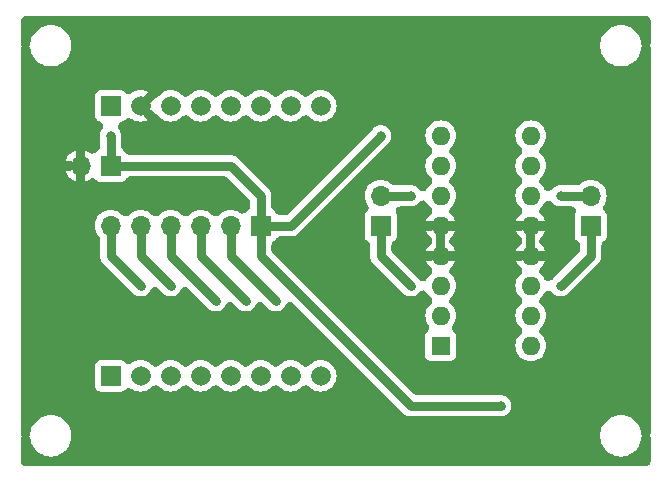
<source format=gbr>
%TF.GenerationSoftware,KiCad,Pcbnew,7.0.7*%
%TF.CreationDate,2023-10-15T14:52:50+02:00*%
%TF.ProjectId,bot_pcb_2,626f745f-7063-4625-9f32-2e6b69636164,rev?*%
%TF.SameCoordinates,Original*%
%TF.FileFunction,Copper,L2,Bot*%
%TF.FilePolarity,Positive*%
%FSLAX46Y46*%
G04 Gerber Fmt 4.6, Leading zero omitted, Abs format (unit mm)*
G04 Created by KiCad (PCBNEW 7.0.7) date 2023-10-15 14:52:50*
%MOMM*%
%LPD*%
G01*
G04 APERTURE LIST*
%TA.AperFunction,ComponentPad*%
%ADD10R,1.700000X1.700000*%
%TD*%
%TA.AperFunction,ComponentPad*%
%ADD11O,1.700000X1.700000*%
%TD*%
%TA.AperFunction,ComponentPad*%
%ADD12C,1.665000*%
%TD*%
%TA.AperFunction,ComponentPad*%
%ADD13R,1.665000X1.665000*%
%TD*%
%TA.AperFunction,ComponentPad*%
%ADD14R,1.600000X1.600000*%
%TD*%
%TA.AperFunction,ComponentPad*%
%ADD15O,1.600000X1.600000*%
%TD*%
%TA.AperFunction,ViaPad*%
%ADD16C,0.800000*%
%TD*%
%TA.AperFunction,Conductor*%
%ADD17C,0.800000*%
%TD*%
G04 APERTURE END LIST*
D10*
%TO.P,J1,1,Pin_1*%
%TO.N,Net-(BT1-+)*%
X20320000Y-25400000D03*
D11*
%TO.P,J1,2,Pin_2*%
%TO.N,Net-(BT1--)*%
X17780000Y-25400000D03*
%TD*%
D10*
%TO.P,J3,1,Pin_1*%
%TO.N,Net-(J3-Pin_1)*%
X43180000Y-30480000D03*
D11*
%TO.P,J3,2,Pin_2*%
%TO.N,Net-(J3-Pin_2)*%
X43180000Y-27940000D03*
%TD*%
D10*
%TO.P,J2,1,Pin_1*%
%TO.N,Net-(J2-Pin_1)*%
X60960000Y-30480000D03*
D11*
%TO.P,J2,2,Pin_2*%
%TO.N,Net-(J2-Pin_2)*%
X60960000Y-27940000D03*
%TD*%
D10*
%TO.P,J4,1,Pin_1*%
%TO.N,Net-(BT1-+)*%
X33020000Y-30480000D03*
D11*
%TO.P,J4,2,Pin_2*%
%TO.N,Net-(J4-Pin_2)*%
X30480000Y-30480000D03*
%TO.P,J4,3,Pin_3*%
%TO.N,Net-(J4-Pin_3)*%
X27940000Y-30480000D03*
%TO.P,J4,4,Pin_4*%
%TO.N,Net-(J4-Pin_4)*%
X25400000Y-30480000D03*
%TO.P,J4,5,Pin_5*%
%TO.N,Net-(J4-Pin_5)*%
X22860000Y-30480000D03*
%TO.P,J4,6,Pin_6*%
%TO.N,Net-(J4-Pin_6)*%
X20320000Y-30480000D03*
%TD*%
D12*
%TO.P,U1,1,IO4*%
%TO.N,unconnected-(U1-IO4-Pad1)*%
X38100000Y-20320000D03*
%TO.P,U1,2,IO2*%
%TO.N,Net-(U1-IO2)*%
X35560000Y-20320000D03*
%TO.P,U1,3,IO14*%
%TO.N,Net-(U1-IO14)*%
X33020000Y-20320000D03*
%TO.P,U1,4,IO15*%
%TO.N,Net-(U1-IO15)*%
X30480000Y-20320000D03*
%TO.P,U1,5,IO13*%
%TO.N,Net-(U1-IO13)*%
X27940000Y-20320000D03*
%TO.P,U1,6,IO12*%
%TO.N,Net-(U1-IO12)*%
X25400000Y-20320000D03*
%TO.P,U1,7,GND_1*%
%TO.N,Net-(BT1--)*%
X22860000Y-20320000D03*
D13*
%TO.P,U1,8,5V*%
%TO.N,Net-(BT1-+)*%
X20320000Y-20320000D03*
%TO.P,U1,9,3V3*%
%TO.N,unconnected-(U1-3V3-Pad9)*%
X20320000Y-43180000D03*
D12*
%TO.P,U1,10,IO16*%
%TO.N,unconnected-(U1-IO16-Pad10)*%
X22860000Y-43180000D03*
%TO.P,U1,11,IO0*%
%TO.N,Net-(J4-Pin_6)*%
X25400000Y-43180000D03*
%TO.P,U1,12,GND_2*%
%TO.N,Net-(J4-Pin_5)*%
X27940000Y-43180000D03*
%TO.P,U1,13,VCC*%
%TO.N,unconnected-(U1-VCC-Pad13)*%
X30480000Y-43180000D03*
%TO.P,U1,14,U0R*%
%TO.N,Net-(J4-Pin_4)*%
X33020000Y-43180000D03*
%TO.P,U1,15,U0T*%
%TO.N,Net-(J4-Pin_3)*%
X35560000Y-43180000D03*
%TO.P,U1,16,GND_3*%
%TO.N,Net-(J4-Pin_2)*%
X38100000Y-43180000D03*
%TD*%
D14*
%TO.P,U2,1,EN1\u002C2*%
%TO.N,Net-(U1-IO15)*%
X48260000Y-40640000D03*
D15*
%TO.P,U2,2,1A*%
%TO.N,Net-(U1-IO14)*%
X48260000Y-38100000D03*
%TO.P,U2,3,1Y*%
%TO.N,Net-(J3-Pin_1)*%
X48260000Y-35560000D03*
%TO.P,U2,4,GND*%
%TO.N,Net-(BT1--)*%
X48260000Y-33020000D03*
%TO.P,U2,5,GND*%
X48260000Y-30480000D03*
%TO.P,U2,6,2Y*%
%TO.N,Net-(J3-Pin_2)*%
X48260000Y-27940000D03*
%TO.P,U2,7,2A*%
%TO.N,Net-(U1-IO2)*%
X48260000Y-25400000D03*
%TO.P,U2,8,VCC2*%
%TO.N,Net-(BT1-+)*%
X48260000Y-22860000D03*
%TO.P,U2,9,EN3\u002C4*%
%TO.N,Net-(U1-IO15)*%
X55880000Y-22860000D03*
%TO.P,U2,10,3A*%
%TO.N,Net-(U1-IO13)*%
X55880000Y-25400000D03*
%TO.P,U2,11,3Y*%
%TO.N,Net-(J2-Pin_2)*%
X55880000Y-27940000D03*
%TO.P,U2,12,GND*%
%TO.N,Net-(BT1--)*%
X55880000Y-30480000D03*
%TO.P,U2,13,GND*%
X55880000Y-33020000D03*
%TO.P,U2,14,4Y*%
%TO.N,Net-(J2-Pin_1)*%
X55880000Y-35560000D03*
%TO.P,U2,15,4A*%
%TO.N,Net-(U1-IO12)*%
X55880000Y-38100000D03*
%TO.P,U2,16,VCC1*%
%TO.N,Net-(BT1-+)*%
X55880000Y-40640000D03*
%TD*%
D16*
%TO.N,Net-(BT1-+)*%
X43180000Y-22860000D03*
X20320000Y-22860000D03*
X53340000Y-45720000D03*
%TO.N,Net-(BT1--)*%
X17780000Y-38100000D03*
%TO.N,Net-(J2-Pin_1)*%
X58420000Y-35560000D03*
%TO.N,Net-(J2-Pin_2)*%
X58420000Y-27940000D03*
%TO.N,Net-(J3-Pin_1)*%
X45720000Y-35560000D03*
%TO.N,Net-(J3-Pin_2)*%
X45720000Y-27940000D03*
%TO.N,Net-(J4-Pin_2)*%
X34290000Y-36830000D03*
%TO.N,Net-(J4-Pin_3)*%
X31750000Y-36830000D03*
%TO.N,Net-(J4-Pin_5)*%
X25400000Y-35560000D03*
%TO.N,Net-(J4-Pin_4)*%
X29210000Y-36830000D03*
%TO.N,Net-(J4-Pin_6)*%
X22860000Y-35560000D03*
%TD*%
D17*
%TO.N,Net-(BT1-+)*%
X35560000Y-30480000D02*
X33020000Y-30480000D01*
X33020000Y-27940000D02*
X30480000Y-25400000D01*
X45720000Y-45720000D02*
X33020000Y-33020000D01*
X33020000Y-30480000D02*
X33020000Y-27940000D01*
X43180000Y-22860000D02*
X35560000Y-30480000D01*
X20320000Y-25400000D02*
X20320000Y-22860000D01*
X33020000Y-33020000D02*
X33020000Y-30480000D01*
X30480000Y-25400000D02*
X20320000Y-25400000D01*
X53340000Y-45720000D02*
X45720000Y-45720000D01*
%TO.N,Net-(J2-Pin_1)*%
X60960000Y-33020000D02*
X58420000Y-35560000D01*
X60960000Y-30480000D02*
X60960000Y-33020000D01*
%TO.N,Net-(J2-Pin_2)*%
X60960000Y-27940000D02*
X58420000Y-27940000D01*
%TO.N,Net-(J3-Pin_1)*%
X43180000Y-33020000D02*
X43180000Y-30480000D01*
X45720000Y-35560000D02*
X43180000Y-33020000D01*
%TO.N,Net-(J3-Pin_2)*%
X45720000Y-27940000D02*
X43180000Y-27940000D01*
%TO.N,Net-(J4-Pin_2)*%
X30480000Y-33020000D02*
X30480000Y-30480000D01*
X34290000Y-36830000D02*
X30480000Y-33020000D01*
%TO.N,Net-(J4-Pin_3)*%
X31750000Y-36830000D02*
X27940000Y-33020000D01*
X27940000Y-33020000D02*
X27940000Y-30480000D01*
%TO.N,Net-(J4-Pin_5)*%
X22860000Y-33020000D02*
X22860000Y-30480000D01*
X25400000Y-35560000D02*
X22860000Y-33020000D01*
%TO.N,Net-(J4-Pin_4)*%
X25400000Y-33020000D02*
X25400000Y-30480000D01*
X29210000Y-36830000D02*
X25400000Y-33020000D01*
%TO.N,Net-(J4-Pin_6)*%
X22860000Y-35560000D02*
X20320000Y-33020000D01*
X20320000Y-33020000D02*
X20320000Y-30480000D01*
%TD*%
%TA.AperFunction,Conductor*%
%TO.N,Net-(BT1--)*%
G36*
X57554016Y-28371410D02*
G01*
X57657510Y-28441215D01*
X57681903Y-28466038D01*
X57692919Y-28478271D01*
X57712224Y-28499711D01*
X57725368Y-28515943D01*
X57738149Y-28533535D01*
X57747113Y-28545872D01*
X57774601Y-28570623D01*
X57789374Y-28585396D01*
X57814126Y-28612885D01*
X57814129Y-28612888D01*
X57844060Y-28634633D01*
X57860288Y-28647775D01*
X57887784Y-28672533D01*
X57917068Y-28689441D01*
X57919821Y-28691030D01*
X57937341Y-28702407D01*
X57967270Y-28724151D01*
X57975084Y-28727630D01*
X58001065Y-28739198D01*
X58019684Y-28748685D01*
X58051716Y-28767179D01*
X58086894Y-28778608D01*
X58106402Y-28786097D01*
X58140197Y-28801144D01*
X58176381Y-28808834D01*
X58196555Y-28814239D01*
X58231744Y-28825674D01*
X58268533Y-28829540D01*
X58289162Y-28832807D01*
X58325354Y-28840500D01*
X58372808Y-28840500D01*
X59295618Y-28840500D01*
X59418916Y-28860028D01*
X59530144Y-28916702D01*
X59618416Y-29004974D01*
X59675090Y-29116202D01*
X59694618Y-29239500D01*
X59675090Y-29362798D01*
X59669462Y-29378935D01*
X59666204Y-29387667D01*
X59666204Y-29387669D01*
X59644602Y-29445586D01*
X59615908Y-29522519D01*
X59609500Y-29582127D01*
X59609500Y-31377863D01*
X59609500Y-31377869D01*
X59609501Y-31377872D01*
X59610183Y-31384219D01*
X59615908Y-31437480D01*
X59615908Y-31437481D01*
X59615909Y-31437483D01*
X59627241Y-31467865D01*
X59666202Y-31572327D01*
X59666203Y-31572329D01*
X59666204Y-31572331D01*
X59752454Y-31687546D01*
X59752457Y-31687548D01*
X59752458Y-31687549D01*
X59890515Y-31790899D01*
X59888566Y-31793501D01*
X59950556Y-31841294D01*
X60021026Y-31944337D01*
X60056205Y-32064112D01*
X60059499Y-32115280D01*
X60059499Y-32481728D01*
X60039971Y-32605026D01*
X59983297Y-32716254D01*
X59942635Y-32763864D01*
X57855561Y-34850938D01*
X57829634Y-34873082D01*
X57829669Y-34873120D01*
X57814130Y-34887110D01*
X57814129Y-34887112D01*
X57770470Y-34935600D01*
X57770068Y-34936046D01*
X57762883Y-34943617D01*
X57749889Y-34956611D01*
X57749868Y-34956634D01*
X57738299Y-34970919D01*
X57731527Y-34978848D01*
X57681912Y-35033952D01*
X57584898Y-35112513D01*
X57468355Y-35157251D01*
X57343692Y-35163786D01*
X57223110Y-35131477D01*
X57118414Y-35063488D01*
X57039853Y-34966474D01*
X57023780Y-34935600D01*
X57010568Y-34907266D01*
X56880047Y-34720861D01*
X56880040Y-34720854D01*
X56730967Y-34571780D01*
X56657591Y-34470786D01*
X56619015Y-34352061D01*
X56619016Y-34227226D01*
X56657592Y-34108502D01*
X56730968Y-34007509D01*
X56879660Y-33858817D01*
X57010130Y-33672488D01*
X57010133Y-33672482D01*
X57106264Y-33466330D01*
X57106265Y-33466329D01*
X57118680Y-33420000D01*
X56683986Y-33420000D01*
X56560688Y-33400472D01*
X56449460Y-33343798D01*
X56361188Y-33255526D01*
X56304514Y-33144298D01*
X56284986Y-33021000D01*
X56284986Y-33019000D01*
X56304514Y-32895702D01*
X56361188Y-32784474D01*
X56449460Y-32696202D01*
X56560688Y-32639528D01*
X56683986Y-32620000D01*
X57118679Y-32620000D01*
X57106265Y-32573670D01*
X57106264Y-32573669D01*
X57010133Y-32367517D01*
X57010130Y-32367511D01*
X56879662Y-32181185D01*
X56730613Y-32032136D01*
X56657237Y-31931142D01*
X56618661Y-31812417D01*
X56618661Y-31687583D01*
X56657237Y-31568858D01*
X56730613Y-31467864D01*
X56879662Y-31318814D01*
X57010130Y-31132488D01*
X57010133Y-31132482D01*
X57106264Y-30926330D01*
X57106265Y-30926329D01*
X57118680Y-30880000D01*
X56683986Y-30880000D01*
X56560688Y-30860472D01*
X56449460Y-30803798D01*
X56361188Y-30715526D01*
X56304514Y-30604298D01*
X56284986Y-30481000D01*
X56284986Y-30479000D01*
X56304514Y-30355702D01*
X56361188Y-30244474D01*
X56449460Y-30156202D01*
X56560688Y-30099528D01*
X56683986Y-30080000D01*
X57118679Y-30080000D01*
X57106265Y-30033670D01*
X57106264Y-30033669D01*
X57010133Y-29827517D01*
X57010130Y-29827511D01*
X56879662Y-29641185D01*
X56730967Y-29492490D01*
X56657591Y-29391496D01*
X56619015Y-29272771D01*
X56619015Y-29147937D01*
X56657591Y-29029212D01*
X56730964Y-28928221D01*
X56880047Y-28779139D01*
X57010568Y-28592734D01*
X57023780Y-28564402D01*
X57093582Y-28460913D01*
X57191953Y-28384057D01*
X57309259Y-28341359D01*
X57434017Y-28337002D01*
X57554016Y-28371410D01*
G37*
%TD.AperFunction*%
%TA.AperFunction,Conductor*%
G36*
X56004298Y-30899528D02*
G01*
X56115526Y-30956202D01*
X56203798Y-31044474D01*
X56260472Y-31155702D01*
X56280000Y-31279000D01*
X56280000Y-32221000D01*
X56260472Y-32344298D01*
X56203798Y-32455526D01*
X56115526Y-32543798D01*
X56004298Y-32600472D01*
X55881000Y-32620000D01*
X55879000Y-32620000D01*
X55755702Y-32600472D01*
X55644474Y-32543798D01*
X55556202Y-32455526D01*
X55499528Y-32344298D01*
X55480000Y-32221000D01*
X55480000Y-31279000D01*
X55499528Y-31155702D01*
X55556202Y-31044474D01*
X55644474Y-30956202D01*
X55755702Y-30899528D01*
X55879000Y-30880000D01*
X55881000Y-30880000D01*
X56004298Y-30899528D01*
G37*
%TD.AperFunction*%
%TA.AperFunction,Conductor*%
G36*
X46916901Y-28368526D02*
G01*
X47021594Y-28436519D01*
X47100153Y-28533535D01*
X47116216Y-28564392D01*
X47122386Y-28577623D01*
X47129433Y-28592736D01*
X47259581Y-28778609D01*
X47259953Y-28779139D01*
X47409035Y-28928221D01*
X47482409Y-29029212D01*
X47520985Y-29147937D01*
X47520985Y-29272771D01*
X47482409Y-29391496D01*
X47409033Y-29492490D01*
X47260337Y-29641185D01*
X47129869Y-29827511D01*
X47129866Y-29827517D01*
X47033735Y-30033669D01*
X47033734Y-30033670D01*
X47021320Y-30080000D01*
X47456014Y-30080000D01*
X47579312Y-30099528D01*
X47690540Y-30156202D01*
X47778812Y-30244474D01*
X47835486Y-30355702D01*
X47855014Y-30479000D01*
X47855014Y-30481000D01*
X47835486Y-30604298D01*
X47778812Y-30715526D01*
X47690540Y-30803798D01*
X47579312Y-30860472D01*
X47456014Y-30880000D01*
X47021320Y-30880000D01*
X47033734Y-30926329D01*
X47033735Y-30926330D01*
X47129866Y-31132482D01*
X47129869Y-31132488D01*
X47260337Y-31318814D01*
X47409386Y-31467863D01*
X47482762Y-31568857D01*
X47521338Y-31687582D01*
X47521338Y-31812416D01*
X47482762Y-31931141D01*
X47409387Y-32032133D01*
X47260340Y-32181181D01*
X47129869Y-32367511D01*
X47129866Y-32367517D01*
X47033735Y-32573669D01*
X47033734Y-32573670D01*
X47021320Y-32620000D01*
X47456014Y-32620000D01*
X47579312Y-32639528D01*
X47690540Y-32696202D01*
X47778812Y-32784474D01*
X47835486Y-32895702D01*
X47855014Y-33019000D01*
X47855014Y-33021000D01*
X47835486Y-33144298D01*
X47778812Y-33255526D01*
X47690540Y-33343798D01*
X47579312Y-33400472D01*
X47456014Y-33420000D01*
X47021320Y-33420000D01*
X47033734Y-33466329D01*
X47033735Y-33466330D01*
X47129866Y-33672482D01*
X47129869Y-33672488D01*
X47260339Y-33858817D01*
X47409032Y-34007509D01*
X47482408Y-34108502D01*
X47520984Y-34227226D01*
X47520985Y-34352061D01*
X47482409Y-34470786D01*
X47409033Y-34571780D01*
X47259958Y-34720855D01*
X47259949Y-34720865D01*
X47129433Y-34907263D01*
X47129429Y-34907270D01*
X47116219Y-34935600D01*
X47046412Y-35039092D01*
X46948040Y-35115947D01*
X46830733Y-35158642D01*
X46705974Y-35162997D01*
X46585976Y-35128587D01*
X46482484Y-35058780D01*
X46458091Y-35033957D01*
X46452533Y-35027784D01*
X46408434Y-34978807D01*
X46401711Y-34970934D01*
X46390119Y-34956620D01*
X46390110Y-34956611D01*
X46390105Y-34956605D01*
X46377110Y-34943610D01*
X46369923Y-34936037D01*
X46325868Y-34887108D01*
X46310334Y-34873122D01*
X46310368Y-34873084D01*
X46284434Y-34850935D01*
X44197364Y-32763864D01*
X44123988Y-32662870D01*
X44085412Y-32544145D01*
X44080500Y-32481728D01*
X44080500Y-32115281D01*
X44100028Y-31991983D01*
X44156702Y-31880755D01*
X44244974Y-31792483D01*
X44260430Y-31782705D01*
X44272331Y-31773796D01*
X44387546Y-31687546D01*
X44473796Y-31572331D01*
X44524091Y-31437483D01*
X44530500Y-31377873D01*
X44530499Y-29582128D01*
X44524091Y-29522517D01*
X44483333Y-29413240D01*
X44470538Y-29378933D01*
X44445748Y-29256585D01*
X44459979Y-29132564D01*
X44511838Y-29019010D01*
X44596249Y-28927040D01*
X44704949Y-28865656D01*
X44827297Y-28840866D01*
X44844382Y-28840500D01*
X45814642Y-28840500D01*
X45814646Y-28840500D01*
X45850826Y-28832809D01*
X45871460Y-28829541D01*
X45908256Y-28825674D01*
X45943439Y-28814241D01*
X45963610Y-28808836D01*
X45999803Y-28801144D01*
X46033597Y-28786096D01*
X46053092Y-28778612D01*
X46088284Y-28767179D01*
X46120337Y-28748671D01*
X46138930Y-28739198D01*
X46172730Y-28724151D01*
X46202670Y-28702397D01*
X46220156Y-28691042D01*
X46252216Y-28672533D01*
X46279720Y-28647766D01*
X46295936Y-28634635D01*
X46325871Y-28612888D01*
X46350621Y-28585400D01*
X46365400Y-28570621D01*
X46373186Y-28563609D01*
X46392888Y-28545871D01*
X46414637Y-28515934D01*
X46427769Y-28499717D01*
X46452533Y-28472216D01*
X46452534Y-28472213D01*
X46458096Y-28466037D01*
X46555112Y-28387478D01*
X46671657Y-28342744D01*
X46796320Y-28336214D01*
X46916901Y-28368526D01*
G37*
%TD.AperFunction*%
%TA.AperFunction,Conductor*%
G36*
X48384298Y-30899528D02*
G01*
X48495526Y-30956202D01*
X48583798Y-31044474D01*
X48640472Y-31155702D01*
X48660000Y-31279000D01*
X48660000Y-32221000D01*
X48640472Y-32344298D01*
X48583798Y-32455526D01*
X48495526Y-32543798D01*
X48384298Y-32600472D01*
X48261000Y-32620000D01*
X48259000Y-32620000D01*
X48135702Y-32600472D01*
X48024474Y-32543798D01*
X47936202Y-32455526D01*
X47879528Y-32344298D01*
X47860000Y-32221000D01*
X47860000Y-31279000D01*
X47879528Y-31155702D01*
X47936202Y-31044474D01*
X48024474Y-30956202D01*
X48135702Y-30899528D01*
X48259000Y-30880000D01*
X48261000Y-30880000D01*
X48384298Y-30899528D01*
G37*
%TD.AperFunction*%
%TA.AperFunction,Conductor*%
G36*
X15169445Y-12719528D02*
G01*
X15237249Y-12754076D01*
X15339257Y-12711376D01*
X15433853Y-12700000D01*
X63306147Y-12700000D01*
X63429445Y-12719528D01*
X63497249Y-12754076D01*
X63599257Y-12711376D01*
X63693853Y-12700000D01*
X65641000Y-12700000D01*
X65764298Y-12719528D01*
X65875526Y-12776202D01*
X65963798Y-12864474D01*
X66020472Y-12975702D01*
X66040000Y-13099000D01*
X66040000Y-15022521D01*
X66020472Y-15145819D01*
X65971587Y-15241759D01*
X65995148Y-15273683D01*
X66034610Y-15392117D01*
X66040000Y-15457478D01*
X66040000Y-48042521D01*
X66020472Y-48165819D01*
X65971587Y-48261759D01*
X65995148Y-48293683D01*
X66034610Y-48412117D01*
X66040000Y-48477478D01*
X66040000Y-50401000D01*
X66020472Y-50524298D01*
X65963798Y-50635526D01*
X65875526Y-50723798D01*
X65764298Y-50780472D01*
X65641000Y-50800000D01*
X63693853Y-50800000D01*
X63570555Y-50780472D01*
X63502750Y-50745923D01*
X63400743Y-50788624D01*
X63306147Y-50800000D01*
X15433853Y-50800000D01*
X15310555Y-50780472D01*
X15242750Y-50745923D01*
X15140743Y-50788624D01*
X15046147Y-50800000D01*
X13099000Y-50800000D01*
X12975702Y-50780472D01*
X12864474Y-50723798D01*
X12776202Y-50635526D01*
X12719528Y-50524298D01*
X12700000Y-50401000D01*
X12700000Y-48477478D01*
X12719528Y-48354180D01*
X12768412Y-48258239D01*
X12768193Y-48257942D01*
X13429435Y-48257942D01*
X13478472Y-48354180D01*
X13493543Y-48418008D01*
X13528603Y-48650608D01*
X13528604Y-48650615D01*
X13605937Y-48901322D01*
X13719771Y-49137704D01*
X13867571Y-49354485D01*
X14046016Y-49546802D01*
X14046019Y-49546805D01*
X14251143Y-49710386D01*
X14478357Y-49841568D01*
X14722584Y-49937420D01*
X14722587Y-49937421D01*
X14803226Y-49955826D01*
X14978370Y-49995802D01*
X14978374Y-49995802D01*
X14978377Y-49995803D01*
X15075963Y-50003116D01*
X15197457Y-50031803D01*
X15239841Y-50057558D01*
X15310555Y-50021528D01*
X15404037Y-50003116D01*
X15501622Y-49995803D01*
X15501624Y-49995802D01*
X15501630Y-49995802D01*
X15757416Y-49937420D01*
X16001643Y-49841568D01*
X16228857Y-49710386D01*
X16433981Y-49546805D01*
X16537500Y-49435237D01*
X16612428Y-49354485D01*
X16612429Y-49354482D01*
X16612433Y-49354479D01*
X16760228Y-49137704D01*
X16874063Y-48901323D01*
X16951396Y-48650615D01*
X16986457Y-48418008D01*
X16990499Y-48391190D01*
X61749500Y-48391190D01*
X61788603Y-48650608D01*
X61788604Y-48650615D01*
X61865937Y-48901322D01*
X61979771Y-49137704D01*
X62127571Y-49354485D01*
X62306016Y-49546802D01*
X62306019Y-49546805D01*
X62511143Y-49710386D01*
X62738357Y-49841568D01*
X62982584Y-49937420D01*
X62982587Y-49937421D01*
X63063227Y-49955826D01*
X63238370Y-49995802D01*
X63238374Y-49995802D01*
X63238377Y-49995803D01*
X63335963Y-50003116D01*
X63457457Y-50031803D01*
X63499841Y-50057558D01*
X63570555Y-50021528D01*
X63664037Y-50003116D01*
X63761622Y-49995803D01*
X63761624Y-49995802D01*
X63761630Y-49995802D01*
X64017416Y-49937420D01*
X64261643Y-49841568D01*
X64488857Y-49710386D01*
X64693981Y-49546805D01*
X64797500Y-49435237D01*
X64872428Y-49354485D01*
X64872429Y-49354482D01*
X64872433Y-49354479D01*
X65020228Y-49137704D01*
X65134063Y-48901323D01*
X65211396Y-48650615D01*
X65246457Y-48418008D01*
X65284144Y-48298998D01*
X65310563Y-48262056D01*
X65261528Y-48165819D01*
X65246457Y-48101991D01*
X65232487Y-48009318D01*
X65211396Y-47869385D01*
X65134063Y-47618677D01*
X65020228Y-47382296D01*
X65020228Y-47382295D01*
X64872428Y-47165514D01*
X64693983Y-46973197D01*
X64693982Y-46973196D01*
X64693981Y-46973195D01*
X64488857Y-46809614D01*
X64416835Y-46768032D01*
X64261644Y-46678432D01*
X64017412Y-46582578D01*
X63761626Y-46524197D01*
X63761622Y-46524196D01*
X63565494Y-46509500D01*
X63434506Y-46509500D01*
X63238377Y-46524196D01*
X63238373Y-46524197D01*
X62982587Y-46582578D01*
X62738355Y-46678432D01*
X62511139Y-46809616D01*
X62511138Y-46809617D01*
X62306016Y-46973197D01*
X62127571Y-47165514D01*
X61979771Y-47382295D01*
X61865937Y-47618677D01*
X61788604Y-47869384D01*
X61788603Y-47869391D01*
X61749500Y-48128809D01*
X61749500Y-48391190D01*
X16990499Y-48391190D01*
X16990500Y-48391181D01*
X16990500Y-48128818D01*
X16990499Y-48128809D01*
X16977493Y-48042521D01*
X16951396Y-47869385D01*
X16874063Y-47618677D01*
X16760228Y-47382296D01*
X16760228Y-47382295D01*
X16612428Y-47165514D01*
X16433983Y-46973197D01*
X16433982Y-46973196D01*
X16433981Y-46973195D01*
X16228857Y-46809614D01*
X16156835Y-46768032D01*
X16001644Y-46678432D01*
X15757412Y-46582578D01*
X15501626Y-46524197D01*
X15501622Y-46524196D01*
X15305494Y-46509500D01*
X15174506Y-46509500D01*
X14978377Y-46524196D01*
X14978373Y-46524197D01*
X14722587Y-46582578D01*
X14478355Y-46678432D01*
X14251139Y-46809616D01*
X14251138Y-46809617D01*
X14046016Y-46973197D01*
X13867571Y-47165514D01*
X13719771Y-47382295D01*
X13605937Y-47618677D01*
X13528604Y-47869384D01*
X13528603Y-47869391D01*
X13493543Y-48101991D01*
X13455856Y-48221001D01*
X13429435Y-48257942D01*
X12768193Y-48257942D01*
X12744852Y-48226315D01*
X12705390Y-48107882D01*
X12700000Y-48042521D01*
X12700000Y-44060363D01*
X18987000Y-44060363D01*
X18987001Y-44060370D01*
X18993408Y-44119980D01*
X18993409Y-44119982D01*
X19043702Y-44254827D01*
X19043706Y-44254834D01*
X19106579Y-44338822D01*
X19129954Y-44370046D01*
X19245169Y-44456296D01*
X19380017Y-44506591D01*
X19439627Y-44513000D01*
X21200372Y-44512999D01*
X21259983Y-44506591D01*
X21394831Y-44456296D01*
X21510046Y-44370046D01*
X21527909Y-44346183D01*
X21617428Y-44259185D01*
X21729454Y-44204104D01*
X21853018Y-44186338D01*
X21976025Y-44207624D01*
X22076178Y-44258455D01*
X22190954Y-44338822D01*
X22402346Y-44437395D01*
X22627643Y-44497763D01*
X22860000Y-44518092D01*
X23092357Y-44497763D01*
X23317654Y-44437395D01*
X23529046Y-44338822D01*
X23720109Y-44205038D01*
X23847867Y-44077279D01*
X23948858Y-44003906D01*
X24067583Y-43965330D01*
X24192417Y-43965330D01*
X24311142Y-44003906D01*
X24412132Y-44077279D01*
X24539891Y-44205038D01*
X24610997Y-44254827D01*
X24730952Y-44338821D01*
X24730953Y-44338821D01*
X24730954Y-44338822D01*
X24942346Y-44437395D01*
X25167643Y-44497763D01*
X25400000Y-44518092D01*
X25632357Y-44497763D01*
X25857654Y-44437395D01*
X26069046Y-44338822D01*
X26260109Y-44205038D01*
X26387867Y-44077279D01*
X26488858Y-44003906D01*
X26607583Y-43965330D01*
X26732417Y-43965330D01*
X26851142Y-44003906D01*
X26952132Y-44077279D01*
X27079891Y-44205038D01*
X27150997Y-44254827D01*
X27270952Y-44338821D01*
X27270953Y-44338821D01*
X27270954Y-44338822D01*
X27482346Y-44437395D01*
X27707643Y-44497763D01*
X27940000Y-44518092D01*
X28172357Y-44497763D01*
X28397654Y-44437395D01*
X28609046Y-44338822D01*
X28800109Y-44205038D01*
X28927867Y-44077279D01*
X29028858Y-44003906D01*
X29147583Y-43965330D01*
X29272417Y-43965330D01*
X29391142Y-44003906D01*
X29492132Y-44077279D01*
X29619891Y-44205038D01*
X29690997Y-44254827D01*
X29810952Y-44338821D01*
X29810953Y-44338821D01*
X29810954Y-44338822D01*
X30022346Y-44437395D01*
X30247643Y-44497763D01*
X30480000Y-44518092D01*
X30712357Y-44497763D01*
X30937654Y-44437395D01*
X31149046Y-44338822D01*
X31340109Y-44205038D01*
X31467867Y-44077279D01*
X31568858Y-44003906D01*
X31687583Y-43965330D01*
X31812417Y-43965330D01*
X31931142Y-44003906D01*
X32032132Y-44077279D01*
X32159891Y-44205038D01*
X32230997Y-44254827D01*
X32350952Y-44338821D01*
X32350953Y-44338821D01*
X32350954Y-44338822D01*
X32562346Y-44437395D01*
X32787643Y-44497763D01*
X33020000Y-44518092D01*
X33252357Y-44497763D01*
X33477654Y-44437395D01*
X33689046Y-44338822D01*
X33880109Y-44205038D01*
X34007867Y-44077279D01*
X34108858Y-44003906D01*
X34227583Y-43965330D01*
X34352417Y-43965330D01*
X34471142Y-44003906D01*
X34572132Y-44077279D01*
X34699891Y-44205038D01*
X34770997Y-44254827D01*
X34890952Y-44338821D01*
X34890953Y-44338821D01*
X34890954Y-44338822D01*
X35102346Y-44437395D01*
X35327643Y-44497763D01*
X35560000Y-44518092D01*
X35792357Y-44497763D01*
X36017654Y-44437395D01*
X36229046Y-44338822D01*
X36420109Y-44205038D01*
X36547869Y-44077277D01*
X36648856Y-44003907D01*
X36767580Y-43965331D01*
X36892415Y-43965330D01*
X37011140Y-44003906D01*
X37112133Y-44077281D01*
X37239891Y-44205038D01*
X37317221Y-44259185D01*
X37430952Y-44338821D01*
X37430953Y-44338821D01*
X37430954Y-44338822D01*
X37642346Y-44437395D01*
X37867643Y-44497763D01*
X38100000Y-44518092D01*
X38332357Y-44497763D01*
X38557654Y-44437395D01*
X38769046Y-44338822D01*
X38960109Y-44205038D01*
X39125038Y-44040109D01*
X39258822Y-43849046D01*
X39357395Y-43637654D01*
X39417763Y-43412357D01*
X39438092Y-43180000D01*
X39417763Y-42947643D01*
X39357395Y-42722346D01*
X39258822Y-42510954D01*
X39125038Y-42319891D01*
X38960109Y-42154962D01*
X38872130Y-42093358D01*
X38769047Y-42021178D01*
X38695014Y-41986656D01*
X38557654Y-41922605D01*
X38487107Y-41903702D01*
X38332358Y-41862237D01*
X38100000Y-41841908D01*
X37867642Y-41862237D01*
X37867641Y-41862237D01*
X37642349Y-41922604D01*
X37642348Y-41922604D01*
X37642346Y-41922605D01*
X37603974Y-41940498D01*
X37430952Y-42021178D01*
X37239892Y-42154961D01*
X37239891Y-42154962D01*
X37112132Y-42282720D01*
X37011142Y-42356094D01*
X36892417Y-42394670D01*
X36767583Y-42394670D01*
X36648858Y-42356094D01*
X36547867Y-42282720D01*
X36420109Y-42154962D01*
X36332130Y-42093358D01*
X36229047Y-42021178D01*
X36155014Y-41986656D01*
X36017654Y-41922605D01*
X35947107Y-41903702D01*
X35792358Y-41862237D01*
X35560000Y-41841908D01*
X35327642Y-41862237D01*
X35327641Y-41862237D01*
X35102349Y-41922604D01*
X35102348Y-41922604D01*
X35102346Y-41922605D01*
X35063974Y-41940498D01*
X34890952Y-42021178D01*
X34699892Y-42154961D01*
X34699891Y-42154962D01*
X34572132Y-42282720D01*
X34471142Y-42356094D01*
X34352417Y-42394670D01*
X34227583Y-42394670D01*
X34108858Y-42356094D01*
X34007867Y-42282720D01*
X33880109Y-42154962D01*
X33792130Y-42093358D01*
X33689047Y-42021178D01*
X33615014Y-41986656D01*
X33477654Y-41922605D01*
X33407107Y-41903702D01*
X33252358Y-41862237D01*
X33078212Y-41847001D01*
X33020000Y-41841908D01*
X33019999Y-41841908D01*
X32787642Y-41862237D01*
X32787641Y-41862237D01*
X32562349Y-41922604D01*
X32562348Y-41922604D01*
X32562346Y-41922605D01*
X32523974Y-41940498D01*
X32350952Y-42021178D01*
X32159892Y-42154961D01*
X32159891Y-42154962D01*
X32032132Y-42282720D01*
X31931142Y-42356094D01*
X31812417Y-42394670D01*
X31687583Y-42394670D01*
X31568858Y-42356094D01*
X31467867Y-42282720D01*
X31340109Y-42154962D01*
X31252130Y-42093358D01*
X31149047Y-42021178D01*
X31075014Y-41986656D01*
X30937654Y-41922605D01*
X30867107Y-41903702D01*
X30712358Y-41862237D01*
X30480000Y-41841908D01*
X30247642Y-41862237D01*
X30247641Y-41862237D01*
X30022349Y-41922604D01*
X30022348Y-41922604D01*
X30022346Y-41922605D01*
X29983974Y-41940498D01*
X29810952Y-42021178D01*
X29619892Y-42154961D01*
X29619891Y-42154962D01*
X29492132Y-42282720D01*
X29391142Y-42356094D01*
X29272417Y-42394670D01*
X29147583Y-42394670D01*
X29028858Y-42356094D01*
X28927867Y-42282720D01*
X28800109Y-42154962D01*
X28712130Y-42093358D01*
X28609047Y-42021178D01*
X28535014Y-41986656D01*
X28397654Y-41922605D01*
X28327107Y-41903702D01*
X28172358Y-41862237D01*
X27940000Y-41841908D01*
X27707642Y-41862237D01*
X27707641Y-41862237D01*
X27482349Y-41922604D01*
X27482348Y-41922604D01*
X27482346Y-41922605D01*
X27443974Y-41940498D01*
X27270952Y-42021178D01*
X27079892Y-42154961D01*
X27079891Y-42154962D01*
X26952132Y-42282720D01*
X26851142Y-42356094D01*
X26732417Y-42394670D01*
X26607583Y-42394670D01*
X26488858Y-42356094D01*
X26387867Y-42282720D01*
X26260109Y-42154962D01*
X26172130Y-42093358D01*
X26069047Y-42021178D01*
X25995014Y-41986656D01*
X25857654Y-41922605D01*
X25787107Y-41903702D01*
X25632358Y-41862237D01*
X25400000Y-41841908D01*
X25167642Y-41862237D01*
X25167641Y-41862237D01*
X24942349Y-41922604D01*
X24942348Y-41922604D01*
X24942346Y-41922605D01*
X24903974Y-41940498D01*
X24730952Y-42021178D01*
X24539892Y-42154961D01*
X24539891Y-42154962D01*
X24412132Y-42282720D01*
X24311142Y-42356094D01*
X24192417Y-42394670D01*
X24067583Y-42394670D01*
X23948858Y-42356094D01*
X23847867Y-42282720D01*
X23720109Y-42154962D01*
X23632130Y-42093358D01*
X23529047Y-42021178D01*
X23455014Y-41986656D01*
X23317654Y-41922605D01*
X23247107Y-41903702D01*
X23092358Y-41862237D01*
X22918212Y-41847001D01*
X22860000Y-41841908D01*
X22859999Y-41841908D01*
X22627642Y-41862237D01*
X22627641Y-41862237D01*
X22402349Y-41922604D01*
X22402348Y-41922604D01*
X22402346Y-41922605D01*
X22363974Y-41940498D01*
X22190952Y-42021178D01*
X22076181Y-42101543D01*
X21963980Y-42156267D01*
X21840360Y-42173641D01*
X21717422Y-42151964D01*
X21607199Y-42093358D01*
X21527908Y-42013815D01*
X21510046Y-41989954D01*
X21450620Y-41945468D01*
X21394834Y-41903706D01*
X21394829Y-41903703D01*
X21259982Y-41853408D01*
X21206780Y-41847688D01*
X21200373Y-41847000D01*
X21200372Y-41847000D01*
X19439636Y-41847000D01*
X19439629Y-41847000D01*
X19439628Y-41847001D01*
X19432449Y-41847772D01*
X19380019Y-41853408D01*
X19380017Y-41853409D01*
X19245172Y-41903702D01*
X19245165Y-41903706D01*
X19129958Y-41989950D01*
X19129950Y-41989958D01*
X19043706Y-42105165D01*
X19043703Y-42105170D01*
X18993408Y-42240017D01*
X18987000Y-42299627D01*
X18987000Y-44060363D01*
X12700000Y-44060363D01*
X12700000Y-24999999D01*
X16489556Y-24999999D01*
X16489557Y-25000000D01*
X16881000Y-25000000D01*
X17004298Y-25019528D01*
X17115526Y-25076202D01*
X17203798Y-25164474D01*
X17260472Y-25275702D01*
X17280000Y-25399000D01*
X17280000Y-25401000D01*
X17260472Y-25524298D01*
X17203798Y-25635526D01*
X17115526Y-25723798D01*
X17004298Y-25780472D01*
X16881000Y-25800000D01*
X16489557Y-25800000D01*
X16506568Y-25863489D01*
X16506569Y-25863490D01*
X16606399Y-26077576D01*
X16741888Y-26271075D01*
X16908924Y-26438111D01*
X17102423Y-26573600D01*
X17316509Y-26673430D01*
X17316510Y-26673431D01*
X17379999Y-26690442D01*
X17380000Y-26690442D01*
X17380000Y-26299000D01*
X17399528Y-26175702D01*
X17456202Y-26064474D01*
X17544474Y-25976202D01*
X17655702Y-25919528D01*
X17779000Y-25900000D01*
X17781000Y-25900000D01*
X17904298Y-25919528D01*
X18015526Y-25976202D01*
X18103798Y-26064474D01*
X18160472Y-26175702D01*
X18180000Y-26299000D01*
X18180000Y-26690442D01*
X18243489Y-26673431D01*
X18243490Y-26673430D01*
X18457578Y-26573599D01*
X18553933Y-26506131D01*
X18666134Y-26451406D01*
X18789753Y-26434032D01*
X18912692Y-26455708D01*
X19022915Y-26514314D01*
X19102204Y-26593854D01*
X19112454Y-26607546D01*
X19227669Y-26693796D01*
X19362517Y-26744091D01*
X19422127Y-26750500D01*
X21217872Y-26750499D01*
X21277483Y-26744091D01*
X21412331Y-26693796D01*
X21527546Y-26607546D01*
X21613796Y-26492331D01*
X21613795Y-26492331D01*
X21630899Y-26469485D01*
X21633500Y-26471432D01*
X21681307Y-26409433D01*
X21784352Y-26338967D01*
X21904128Y-26303793D01*
X21955281Y-26300500D01*
X29941729Y-26300500D01*
X30065027Y-26320028D01*
X30176255Y-26376702D01*
X30223865Y-26417364D01*
X32002636Y-28196135D01*
X32076012Y-28297129D01*
X32114588Y-28415854D01*
X32119500Y-28478271D01*
X32119500Y-28844718D01*
X32099972Y-28968016D01*
X32043298Y-29079244D01*
X31955026Y-29167516D01*
X31939571Y-29177293D01*
X31812458Y-29272450D01*
X31812448Y-29272460D01*
X31802501Y-29285748D01*
X31712975Y-29372748D01*
X31600947Y-29427824D01*
X31477383Y-29445586D01*
X31354377Y-29424295D01*
X31254234Y-29373468D01*
X31157833Y-29305966D01*
X31028094Y-29245468D01*
X30943663Y-29206097D01*
X30943660Y-29206096D01*
X30715409Y-29144937D01*
X30480000Y-29124341D01*
X30244590Y-29144937D01*
X30016338Y-29206096D01*
X30016331Y-29206099D01*
X29802172Y-29305964D01*
X29802170Y-29305965D01*
X29608602Y-29441502D01*
X29608599Y-29441504D01*
X29608599Y-29441505D01*
X29492132Y-29557971D01*
X29391142Y-29631345D01*
X29272417Y-29669921D01*
X29147583Y-29669921D01*
X29028858Y-29631345D01*
X28927867Y-29557971D01*
X28811401Y-29441505D01*
X28734517Y-29387670D01*
X28617833Y-29305966D01*
X28488094Y-29245468D01*
X28403663Y-29206097D01*
X28403660Y-29206096D01*
X28175409Y-29144937D01*
X28033987Y-29132564D01*
X27940000Y-29124341D01*
X27939999Y-29124341D01*
X27704590Y-29144937D01*
X27476338Y-29206096D01*
X27476331Y-29206099D01*
X27262172Y-29305964D01*
X27262170Y-29305965D01*
X27068602Y-29441502D01*
X27068599Y-29441504D01*
X27068599Y-29441505D01*
X26952132Y-29557971D01*
X26851142Y-29631345D01*
X26732417Y-29669921D01*
X26607583Y-29669921D01*
X26488858Y-29631345D01*
X26387867Y-29557971D01*
X26271401Y-29441505D01*
X26194517Y-29387670D01*
X26077833Y-29305966D01*
X25948094Y-29245468D01*
X25863663Y-29206097D01*
X25863660Y-29206096D01*
X25635409Y-29144937D01*
X25400000Y-29124341D01*
X25164590Y-29144937D01*
X24936338Y-29206096D01*
X24936331Y-29206099D01*
X24722172Y-29305964D01*
X24722170Y-29305965D01*
X24528601Y-29441503D01*
X24412134Y-29557970D01*
X24311140Y-29631345D01*
X24192415Y-29669921D01*
X24067580Y-29669920D01*
X23948855Y-29631344D01*
X23847869Y-29557973D01*
X23731401Y-29441505D01*
X23654517Y-29387670D01*
X23537833Y-29305966D01*
X23408094Y-29245468D01*
X23323663Y-29206097D01*
X23323660Y-29206096D01*
X23095409Y-29144937D01*
X22953987Y-29132564D01*
X22860000Y-29124341D01*
X22859999Y-29124341D01*
X22624590Y-29144937D01*
X22396338Y-29206096D01*
X22396331Y-29206099D01*
X22182172Y-29305964D01*
X22182170Y-29305965D01*
X21988602Y-29441502D01*
X21988599Y-29441504D01*
X21988599Y-29441505D01*
X21872132Y-29557971D01*
X21771142Y-29631345D01*
X21652417Y-29669921D01*
X21527583Y-29669921D01*
X21408858Y-29631345D01*
X21307867Y-29557971D01*
X21191401Y-29441505D01*
X21114517Y-29387670D01*
X20997833Y-29305966D01*
X20868094Y-29245468D01*
X20783663Y-29206097D01*
X20783660Y-29206096D01*
X20555409Y-29144937D01*
X20320000Y-29124341D01*
X20084590Y-29144937D01*
X19856338Y-29206096D01*
X19856331Y-29206099D01*
X19642172Y-29305964D01*
X19642170Y-29305965D01*
X19448602Y-29441502D01*
X19281502Y-29608602D01*
X19145965Y-29802170D01*
X19145964Y-29802172D01*
X19046099Y-30016331D01*
X19046096Y-30016338D01*
X18984937Y-30244590D01*
X18964341Y-30480000D01*
X18984937Y-30715409D01*
X19046096Y-30943660D01*
X19046097Y-30943663D01*
X19142369Y-31150119D01*
X19145967Y-31157834D01*
X19145969Y-31157838D01*
X19281500Y-31351395D01*
X19281502Y-31351397D01*
X19281505Y-31351401D01*
X19302638Y-31372534D01*
X19376012Y-31473525D01*
X19414588Y-31592250D01*
X19419500Y-31654667D01*
X19419500Y-32917727D01*
X19416823Y-32951730D01*
X19416875Y-32951733D01*
X19415780Y-32972610D01*
X19417707Y-33009377D01*
X19419227Y-33038383D01*
X19419500Y-33048800D01*
X19419500Y-33067182D01*
X19419501Y-33067211D01*
X19421422Y-33085495D01*
X19422240Y-33095893D01*
X19425686Y-33161644D01*
X19428957Y-33182291D01*
X19428906Y-33182298D01*
X19429928Y-33187810D01*
X19429978Y-33187800D01*
X19434327Y-33208262D01*
X19454670Y-33270873D01*
X19457635Y-33280883D01*
X19474676Y-33344477D01*
X19482172Y-33364003D01*
X19482123Y-33364021D01*
X19484268Y-33369199D01*
X19484315Y-33369179D01*
X19492820Y-33388282D01*
X19525745Y-33445311D01*
X19530720Y-33454473D01*
X19536762Y-33466330D01*
X19560616Y-33513148D01*
X19572005Y-33530684D01*
X19571962Y-33530711D01*
X19575137Y-33535332D01*
X19575179Y-33535302D01*
X19587464Y-33552211D01*
X19587467Y-33552216D01*
X19587470Y-33552219D01*
X19587472Y-33552222D01*
X19631530Y-33601155D01*
X19638305Y-33609087D01*
X19649882Y-33623382D01*
X19662886Y-33636386D01*
X19670077Y-33643963D01*
X19714128Y-33692887D01*
X19729669Y-33706880D01*
X19729634Y-33706918D01*
X19755566Y-33729065D01*
X22202886Y-36176386D01*
X22210068Y-36183953D01*
X22254129Y-36232888D01*
X22307410Y-36271598D01*
X22315684Y-36277948D01*
X22366852Y-36319384D01*
X22384395Y-36330777D01*
X22384367Y-36330819D01*
X22389133Y-36333740D01*
X22389160Y-36333695D01*
X22407270Y-36344151D01*
X22467421Y-36370932D01*
X22476835Y-36375422D01*
X22535512Y-36405320D01*
X22535517Y-36405321D01*
X22555033Y-36412813D01*
X22555014Y-36412861D01*
X22560298Y-36414733D01*
X22560315Y-36414683D01*
X22580186Y-36421139D01*
X22580197Y-36421144D01*
X22644632Y-36434839D01*
X22654739Y-36437266D01*
X22683236Y-36444902D01*
X22718348Y-36454311D01*
X22739003Y-36457582D01*
X22738994Y-36457634D01*
X22744553Y-36458365D01*
X22744559Y-36458314D01*
X22765352Y-36460499D01*
X22765354Y-36460500D01*
X22831204Y-36460500D01*
X22841648Y-36460774D01*
X22907387Y-36464219D01*
X22907387Y-36464218D01*
X22907388Y-36464219D01*
X22907388Y-36464218D01*
X22928268Y-36463125D01*
X22928270Y-36463175D01*
X22933854Y-36462736D01*
X22933849Y-36462686D01*
X22954636Y-36460500D01*
X22954646Y-36460500D01*
X23019074Y-36446804D01*
X23029319Y-36444906D01*
X23094350Y-36434607D01*
X23094355Y-36434604D01*
X23114554Y-36429194D01*
X23114567Y-36429244D01*
X23119927Y-36427656D01*
X23119911Y-36427607D01*
X23139793Y-36421145D01*
X23139803Y-36421144D01*
X23199965Y-36394356D01*
X23209586Y-36390371D01*
X23271070Y-36366771D01*
X23271073Y-36366768D01*
X23289700Y-36357278D01*
X23289724Y-36357325D01*
X23294646Y-36354652D01*
X23294620Y-36354606D01*
X23312721Y-36344154D01*
X23312730Y-36344151D01*
X23366012Y-36305438D01*
X23374598Y-36299538D01*
X23429825Y-36263674D01*
X23429829Y-36263669D01*
X23446074Y-36250515D01*
X23446108Y-36250557D01*
X23450364Y-36246921D01*
X23450329Y-36246882D01*
X23465868Y-36232890D01*
X23465867Y-36232890D01*
X23465871Y-36232888D01*
X23509959Y-36183922D01*
X23517088Y-36176409D01*
X23563674Y-36129825D01*
X23563675Y-36129822D01*
X23576835Y-36113572D01*
X23576877Y-36113606D01*
X23580283Y-36109166D01*
X23580240Y-36109135D01*
X23592530Y-36092220D01*
X23592531Y-36092218D01*
X23592533Y-36092216D01*
X23625474Y-36035159D01*
X23630886Y-36026326D01*
X23666771Y-35971070D01*
X23666772Y-35971065D01*
X23676268Y-35952430D01*
X23676315Y-35952454D01*
X23678722Y-35947408D01*
X23678673Y-35947386D01*
X23695689Y-35909171D01*
X23698150Y-35910267D01*
X23740679Y-35826779D01*
X23828941Y-35738499D01*
X23940163Y-35681813D01*
X24063459Y-35662272D01*
X24186759Y-35681788D01*
X24297994Y-35738450D01*
X24345637Y-35779136D01*
X24742886Y-36176386D01*
X24750068Y-36183953D01*
X24794129Y-36232888D01*
X24847410Y-36271598D01*
X24855684Y-36277948D01*
X24906852Y-36319384D01*
X24924395Y-36330777D01*
X24924367Y-36330819D01*
X24929133Y-36333740D01*
X24929160Y-36333695D01*
X24947270Y-36344151D01*
X25007421Y-36370932D01*
X25016835Y-36375422D01*
X25075512Y-36405320D01*
X25075517Y-36405321D01*
X25095033Y-36412813D01*
X25095014Y-36412861D01*
X25100298Y-36414733D01*
X25100315Y-36414683D01*
X25120186Y-36421139D01*
X25120197Y-36421144D01*
X25184632Y-36434839D01*
X25194739Y-36437266D01*
X25223236Y-36444902D01*
X25258348Y-36454311D01*
X25279003Y-36457582D01*
X25278994Y-36457634D01*
X25284553Y-36458365D01*
X25284559Y-36458314D01*
X25305352Y-36460499D01*
X25305354Y-36460500D01*
X25371204Y-36460500D01*
X25381648Y-36460774D01*
X25447387Y-36464219D01*
X25447387Y-36464218D01*
X25447388Y-36464219D01*
X25447388Y-36464218D01*
X25468268Y-36463125D01*
X25468270Y-36463175D01*
X25473854Y-36462736D01*
X25473849Y-36462686D01*
X25494636Y-36460500D01*
X25494646Y-36460500D01*
X25559074Y-36446804D01*
X25569319Y-36444906D01*
X25634350Y-36434607D01*
X25634355Y-36434604D01*
X25654554Y-36429194D01*
X25654567Y-36429244D01*
X25659927Y-36427656D01*
X25659911Y-36427607D01*
X25679793Y-36421145D01*
X25679803Y-36421144D01*
X25739965Y-36394356D01*
X25749586Y-36390371D01*
X25811070Y-36366771D01*
X25811073Y-36366768D01*
X25829700Y-36357278D01*
X25829724Y-36357325D01*
X25834646Y-36354652D01*
X25834620Y-36354606D01*
X25852721Y-36344154D01*
X25852730Y-36344151D01*
X25906012Y-36305438D01*
X25914598Y-36299538D01*
X25969825Y-36263674D01*
X25969829Y-36263669D01*
X25986074Y-36250515D01*
X25986108Y-36250557D01*
X25990364Y-36246921D01*
X25990329Y-36246882D01*
X26005868Y-36232890D01*
X26005867Y-36232890D01*
X26005871Y-36232888D01*
X26049959Y-36183922D01*
X26057088Y-36176409D01*
X26103674Y-36129825D01*
X26103675Y-36129822D01*
X26116835Y-36113572D01*
X26116877Y-36113606D01*
X26120283Y-36109166D01*
X26120240Y-36109135D01*
X26132530Y-36092220D01*
X26132531Y-36092218D01*
X26132533Y-36092216D01*
X26165474Y-36035159D01*
X26170886Y-36026326D01*
X26206771Y-35971070D01*
X26206772Y-35971065D01*
X26216268Y-35952430D01*
X26216315Y-35952454D01*
X26218722Y-35947408D01*
X26218673Y-35947386D01*
X26235689Y-35909171D01*
X26238150Y-35910266D01*
X26280685Y-35826771D01*
X26368950Y-35738493D01*
X26480174Y-35681811D01*
X26603471Y-35662273D01*
X26726770Y-35681792D01*
X26838003Y-35738457D01*
X26885637Y-35779137D01*
X28552895Y-37446396D01*
X28560085Y-37453973D01*
X28604130Y-37502889D01*
X28623360Y-37516860D01*
X28657398Y-37541590D01*
X28665666Y-37547934D01*
X28716851Y-37589383D01*
X28716853Y-37589384D01*
X28734387Y-37600771D01*
X28734359Y-37600814D01*
X28739133Y-37603740D01*
X28739160Y-37603695D01*
X28757270Y-37614151D01*
X28817421Y-37640932D01*
X28826835Y-37645422D01*
X28885512Y-37675320D01*
X28885517Y-37675321D01*
X28905033Y-37682813D01*
X28905014Y-37682861D01*
X28910298Y-37684733D01*
X28910315Y-37684683D01*
X28930186Y-37691139D01*
X28930197Y-37691144D01*
X28968066Y-37699193D01*
X28994594Y-37704832D01*
X29004749Y-37707269D01*
X29068355Y-37724313D01*
X29068359Y-37724313D01*
X29089003Y-37727583D01*
X29088994Y-37727634D01*
X29094552Y-37728365D01*
X29094558Y-37728314D01*
X29115353Y-37730499D01*
X29115354Y-37730500D01*
X29181200Y-37730500D01*
X29191616Y-37730772D01*
X29257388Y-37734219D01*
X29257388Y-37734218D01*
X29257389Y-37734219D01*
X29278267Y-37733125D01*
X29278269Y-37733175D01*
X29283854Y-37732736D01*
X29283849Y-37732686D01*
X29304644Y-37730500D01*
X29304646Y-37730500D01*
X29369088Y-37716801D01*
X29379282Y-37714911D01*
X29444350Y-37704607D01*
X29444352Y-37704606D01*
X29464555Y-37699193D01*
X29464568Y-37699244D01*
X29469922Y-37697658D01*
X29469906Y-37697609D01*
X29489796Y-37691146D01*
X29489798Y-37691145D01*
X29489803Y-37691144D01*
X29549968Y-37664355D01*
X29559561Y-37660381D01*
X29621070Y-37636772D01*
X29621073Y-37636769D01*
X29639698Y-37627280D01*
X29639722Y-37627327D01*
X29644638Y-37624658D01*
X29644612Y-37624612D01*
X29662719Y-37614157D01*
X29662722Y-37614154D01*
X29662730Y-37614151D01*
X29716013Y-37575437D01*
X29724582Y-37569548D01*
X29779825Y-37533675D01*
X29779835Y-37533664D01*
X29796079Y-37520512D01*
X29796111Y-37520552D01*
X29800365Y-37516919D01*
X29800330Y-37516881D01*
X29815865Y-37502892D01*
X29815871Y-37502888D01*
X29859950Y-37453932D01*
X29867079Y-37446419D01*
X29913675Y-37399825D01*
X29913679Y-37399817D01*
X29926831Y-37383577D01*
X29926872Y-37383610D01*
X29930278Y-37379172D01*
X29930236Y-37379142D01*
X29942528Y-37362222D01*
X29942528Y-37362220D01*
X29942533Y-37362216D01*
X29975453Y-37305195D01*
X29980889Y-37296323D01*
X30016772Y-37241070D01*
X30016775Y-37241061D01*
X30026269Y-37222431D01*
X30026315Y-37222454D01*
X30028721Y-37217411D01*
X30028673Y-37217390D01*
X30045686Y-37179179D01*
X30048147Y-37180274D01*
X30090678Y-37096781D01*
X30178940Y-37008500D01*
X30290163Y-36951815D01*
X30413458Y-36932273D01*
X30536758Y-36951788D01*
X30647993Y-37008450D01*
X30695637Y-37049137D01*
X31092895Y-37446396D01*
X31100085Y-37453973D01*
X31144130Y-37502889D01*
X31163360Y-37516860D01*
X31197398Y-37541590D01*
X31205666Y-37547934D01*
X31256851Y-37589383D01*
X31256853Y-37589384D01*
X31274387Y-37600771D01*
X31274359Y-37600814D01*
X31279133Y-37603740D01*
X31279160Y-37603695D01*
X31297270Y-37614151D01*
X31357421Y-37640932D01*
X31366835Y-37645422D01*
X31425512Y-37675320D01*
X31425517Y-37675321D01*
X31445033Y-37682813D01*
X31445014Y-37682861D01*
X31450298Y-37684733D01*
X31450315Y-37684683D01*
X31470186Y-37691139D01*
X31470197Y-37691144D01*
X31508066Y-37699193D01*
X31534594Y-37704832D01*
X31544749Y-37707269D01*
X31608355Y-37724313D01*
X31608359Y-37724313D01*
X31629003Y-37727583D01*
X31628994Y-37727634D01*
X31634552Y-37728365D01*
X31634558Y-37728314D01*
X31655353Y-37730499D01*
X31655354Y-37730500D01*
X31721200Y-37730500D01*
X31731616Y-37730772D01*
X31797388Y-37734219D01*
X31797388Y-37734218D01*
X31797389Y-37734219D01*
X31818267Y-37733125D01*
X31818269Y-37733175D01*
X31823854Y-37732736D01*
X31823849Y-37732686D01*
X31844644Y-37730500D01*
X31844646Y-37730500D01*
X31909088Y-37716801D01*
X31919282Y-37714911D01*
X31984350Y-37704607D01*
X31984352Y-37704606D01*
X32004555Y-37699193D01*
X32004568Y-37699244D01*
X32009922Y-37697658D01*
X32009906Y-37697609D01*
X32029796Y-37691146D01*
X32029798Y-37691145D01*
X32029803Y-37691144D01*
X32089968Y-37664355D01*
X32099561Y-37660381D01*
X32161070Y-37636772D01*
X32161073Y-37636769D01*
X32179698Y-37627280D01*
X32179722Y-37627327D01*
X32184638Y-37624658D01*
X32184612Y-37624612D01*
X32202719Y-37614157D01*
X32202722Y-37614154D01*
X32202730Y-37614151D01*
X32256013Y-37575437D01*
X32264582Y-37569548D01*
X32319825Y-37533675D01*
X32319835Y-37533664D01*
X32336079Y-37520512D01*
X32336111Y-37520552D01*
X32340365Y-37516919D01*
X32340330Y-37516881D01*
X32355865Y-37502892D01*
X32355871Y-37502888D01*
X32399950Y-37453932D01*
X32407079Y-37446419D01*
X32453675Y-37399825D01*
X32453679Y-37399817D01*
X32466831Y-37383577D01*
X32466872Y-37383610D01*
X32470278Y-37379172D01*
X32470236Y-37379142D01*
X32482528Y-37362222D01*
X32482528Y-37362220D01*
X32482533Y-37362216D01*
X32515453Y-37305195D01*
X32520889Y-37296323D01*
X32556772Y-37241070D01*
X32556775Y-37241061D01*
X32566269Y-37222431D01*
X32566315Y-37222454D01*
X32568721Y-37217411D01*
X32568673Y-37217390D01*
X32585686Y-37179179D01*
X32588147Y-37180274D01*
X32630678Y-37096781D01*
X32718940Y-37008500D01*
X32830163Y-36951815D01*
X32953458Y-36932273D01*
X33076758Y-36951788D01*
X33187993Y-37008450D01*
X33235637Y-37049137D01*
X33632895Y-37446396D01*
X33640085Y-37453973D01*
X33684130Y-37502889D01*
X33703360Y-37516860D01*
X33737398Y-37541590D01*
X33745666Y-37547934D01*
X33796851Y-37589383D01*
X33796853Y-37589384D01*
X33814387Y-37600771D01*
X33814359Y-37600814D01*
X33819133Y-37603740D01*
X33819160Y-37603695D01*
X33837270Y-37614151D01*
X33897421Y-37640932D01*
X33906835Y-37645422D01*
X33965512Y-37675320D01*
X33965517Y-37675321D01*
X33985033Y-37682813D01*
X33985014Y-37682861D01*
X33990298Y-37684733D01*
X33990315Y-37684683D01*
X34010186Y-37691139D01*
X34010197Y-37691144D01*
X34048066Y-37699193D01*
X34074594Y-37704832D01*
X34084749Y-37707269D01*
X34148355Y-37724313D01*
X34148359Y-37724313D01*
X34169003Y-37727583D01*
X34168994Y-37727634D01*
X34174552Y-37728365D01*
X34174558Y-37728314D01*
X34195353Y-37730499D01*
X34195354Y-37730500D01*
X34261200Y-37730500D01*
X34271616Y-37730772D01*
X34337388Y-37734219D01*
X34337388Y-37734218D01*
X34337389Y-37734219D01*
X34358267Y-37733125D01*
X34358269Y-37733175D01*
X34363854Y-37732736D01*
X34363849Y-37732686D01*
X34384644Y-37730500D01*
X34384646Y-37730500D01*
X34449088Y-37716801D01*
X34459282Y-37714911D01*
X34524350Y-37704607D01*
X34524352Y-37704606D01*
X34544555Y-37699193D01*
X34544568Y-37699244D01*
X34549922Y-37697658D01*
X34549906Y-37697609D01*
X34569796Y-37691146D01*
X34569798Y-37691145D01*
X34569803Y-37691144D01*
X34629968Y-37664355D01*
X34639561Y-37660381D01*
X34701070Y-37636772D01*
X34701073Y-37636769D01*
X34719698Y-37627280D01*
X34719722Y-37627327D01*
X34724638Y-37624658D01*
X34724612Y-37624612D01*
X34742719Y-37614157D01*
X34742722Y-37614154D01*
X34742730Y-37614151D01*
X34796013Y-37575437D01*
X34804582Y-37569548D01*
X34859825Y-37533675D01*
X34859835Y-37533664D01*
X34876079Y-37520512D01*
X34876111Y-37520552D01*
X34880365Y-37516919D01*
X34880330Y-37516881D01*
X34895865Y-37502892D01*
X34895871Y-37502888D01*
X34939950Y-37453932D01*
X34947079Y-37446419D01*
X34993675Y-37399825D01*
X34993679Y-37399817D01*
X35006831Y-37383577D01*
X35006872Y-37383610D01*
X35010278Y-37379172D01*
X35010236Y-37379142D01*
X35022528Y-37362222D01*
X35022528Y-37362220D01*
X35022533Y-37362216D01*
X35055453Y-37305195D01*
X35060889Y-37296323D01*
X35096772Y-37241070D01*
X35096775Y-37241061D01*
X35106269Y-37222431D01*
X35106315Y-37222454D01*
X35108721Y-37217411D01*
X35108673Y-37217390D01*
X35125686Y-37179179D01*
X35128146Y-37180274D01*
X35170693Y-37096761D01*
X35258960Y-37008485D01*
X35370186Y-36951806D01*
X35493483Y-36932272D01*
X35616782Y-36951795D01*
X35728013Y-37008463D01*
X35775631Y-37049130D01*
X40408828Y-41682327D01*
X45010935Y-46284434D01*
X45033084Y-46310368D01*
X45033122Y-46310334D01*
X45047108Y-46325868D01*
X45047114Y-46325873D01*
X45091013Y-46365400D01*
X45096037Y-46369923D01*
X45103610Y-46377110D01*
X45116605Y-46390105D01*
X45116613Y-46390112D01*
X45116620Y-46390119D01*
X45130934Y-46401711D01*
X45138822Y-46408448D01*
X45187784Y-46452533D01*
X45187786Y-46452534D01*
X45187787Y-46452535D01*
X45204707Y-46464828D01*
X45204675Y-46464870D01*
X45209279Y-46468034D01*
X45209308Y-46467990D01*
X45226847Y-46479379D01*
X45226851Y-46479383D01*
X45285529Y-46509280D01*
X45294683Y-46514250D01*
X45351716Y-46547179D01*
X45351719Y-46547180D01*
X45370823Y-46555686D01*
X45370801Y-46555733D01*
X45375971Y-46557875D01*
X45375990Y-46557826D01*
X45395509Y-46565319D01*
X45395511Y-46565319D01*
X45395512Y-46565320D01*
X45459128Y-46582365D01*
X45469103Y-46585320D01*
X45531744Y-46605674D01*
X45531745Y-46605674D01*
X45531748Y-46605675D01*
X45552196Y-46610021D01*
X45552185Y-46610072D01*
X45557689Y-46611092D01*
X45557698Y-46611041D01*
X45578351Y-46614312D01*
X45593237Y-46615091D01*
X45644119Y-46617758D01*
X45654496Y-46618575D01*
X45672808Y-46620500D01*
X45691204Y-46620500D01*
X45701648Y-46620774D01*
X45767387Y-46624219D01*
X45767387Y-46624218D01*
X45767388Y-46624219D01*
X45767388Y-46624218D01*
X45788268Y-46623125D01*
X45788270Y-46623175D01*
X45822272Y-46620500D01*
X53434642Y-46620500D01*
X53434646Y-46620500D01*
X53470826Y-46612809D01*
X53491460Y-46609541D01*
X53528256Y-46605674D01*
X53563439Y-46594241D01*
X53583610Y-46588836D01*
X53619803Y-46581144D01*
X53653597Y-46566096D01*
X53673092Y-46558612D01*
X53708284Y-46547179D01*
X53740337Y-46528671D01*
X53758930Y-46519198D01*
X53792730Y-46504151D01*
X53822670Y-46482397D01*
X53840156Y-46471042D01*
X53872216Y-46452533D01*
X53899720Y-46427766D01*
X53915936Y-46414635D01*
X53945871Y-46392888D01*
X53970621Y-46365400D01*
X53985400Y-46350621D01*
X53993186Y-46343609D01*
X54012888Y-46325871D01*
X54034635Y-46295936D01*
X54047766Y-46279720D01*
X54072533Y-46252216D01*
X54091042Y-46220156D01*
X54102397Y-46202670D01*
X54124151Y-46172730D01*
X54139198Y-46138930D01*
X54148671Y-46120337D01*
X54167179Y-46088284D01*
X54178612Y-46053092D01*
X54186096Y-46033597D01*
X54201144Y-45999803D01*
X54208836Y-45963610D01*
X54214241Y-45943439D01*
X54225674Y-45908256D01*
X54229541Y-45871460D01*
X54232810Y-45850823D01*
X54240499Y-45814649D01*
X54240500Y-45814646D01*
X54240500Y-45777651D01*
X54241594Y-45756783D01*
X54245460Y-45720000D01*
X54245460Y-45719998D01*
X54241594Y-45683215D01*
X54240500Y-45662347D01*
X54240500Y-45625359D01*
X54240500Y-45625354D01*
X54232807Y-45589162D01*
X54229540Y-45568533D01*
X54225674Y-45531744D01*
X54214239Y-45496555D01*
X54208834Y-45476381D01*
X54201144Y-45440197D01*
X54186097Y-45406402D01*
X54178607Y-45386890D01*
X54167179Y-45351716D01*
X54148685Y-45319684D01*
X54139198Y-45301065D01*
X54124153Y-45267275D01*
X54124151Y-45267270D01*
X54102407Y-45237341D01*
X54091030Y-45219821D01*
X54089441Y-45217068D01*
X54072533Y-45187784D01*
X54047775Y-45160288D01*
X54034633Y-45144060D01*
X54012888Y-45114129D01*
X53985396Y-45089374D01*
X53970623Y-45074601D01*
X53945872Y-45047112D01*
X53915945Y-45025369D01*
X53899702Y-45012216D01*
X53872216Y-44987467D01*
X53840168Y-44968963D01*
X53822658Y-44957592D01*
X53792730Y-44935849D01*
X53792729Y-44935848D01*
X53792727Y-44935847D01*
X53758936Y-44920802D01*
X53740319Y-44911316D01*
X53708287Y-44892823D01*
X53708289Y-44892823D01*
X53708284Y-44892821D01*
X53708279Y-44892819D01*
X53708276Y-44892818D01*
X53696176Y-44888886D01*
X53673097Y-44881388D01*
X53653601Y-44873904D01*
X53619806Y-44858857D01*
X53619800Y-44858855D01*
X53583615Y-44851164D01*
X53563438Y-44845757D01*
X53528256Y-44834326D01*
X53528254Y-44834325D01*
X53528252Y-44834325D01*
X53491453Y-44830456D01*
X53470826Y-44827189D01*
X53434647Y-44819500D01*
X53434646Y-44819500D01*
X53387192Y-44819500D01*
X46258271Y-44819500D01*
X46134973Y-44799972D01*
X46023745Y-44743298D01*
X45976135Y-44702636D01*
X34037364Y-32763864D01*
X33963988Y-32662870D01*
X33925412Y-32544145D01*
X33920500Y-32481728D01*
X33920500Y-32115281D01*
X33940028Y-31991983D01*
X33996702Y-31880755D01*
X34084974Y-31792483D01*
X34100430Y-31782705D01*
X34112331Y-31773796D01*
X34227546Y-31687546D01*
X34313796Y-31572331D01*
X34313795Y-31572331D01*
X34330899Y-31549485D01*
X34333500Y-31551432D01*
X34381307Y-31489433D01*
X34484352Y-31418967D01*
X34604128Y-31383793D01*
X34655281Y-31380500D01*
X35457728Y-31380500D01*
X35491730Y-31383175D01*
X35491733Y-31383125D01*
X35512610Y-31384219D01*
X35512611Y-31384218D01*
X35512612Y-31384219D01*
X35578385Y-31380772D01*
X35588800Y-31380500D01*
X35607187Y-31380500D01*
X35607192Y-31380500D01*
X35625516Y-31378573D01*
X35635864Y-31377759D01*
X35701646Y-31374313D01*
X35701652Y-31374311D01*
X35722300Y-31371041D01*
X35722308Y-31371094D01*
X35727803Y-31370076D01*
X35727792Y-31370024D01*
X35748245Y-31365676D01*
X35748248Y-31365674D01*
X35748256Y-31365674D01*
X35810925Y-31345311D01*
X35820856Y-31342369D01*
X35884488Y-31325320D01*
X35884492Y-31325317D01*
X35904008Y-31317826D01*
X35904027Y-31317876D01*
X35909201Y-31315733D01*
X35909180Y-31315684D01*
X35928276Y-31307181D01*
X35928284Y-31307179D01*
X35985308Y-31274254D01*
X35994450Y-31269290D01*
X36053149Y-31239383D01*
X36053155Y-31239377D01*
X36070700Y-31227985D01*
X36070729Y-31228030D01*
X36075328Y-31224869D01*
X36075296Y-31224825D01*
X36092202Y-31212540D01*
X36092216Y-31212533D01*
X36141193Y-31168433D01*
X36149056Y-31161717D01*
X36163380Y-31150119D01*
X36176370Y-31137127D01*
X36183942Y-31129940D01*
X36232888Y-31085871D01*
X36232892Y-31085866D01*
X36246882Y-31070329D01*
X36246920Y-31070363D01*
X36269062Y-31044435D01*
X39373498Y-27939999D01*
X41824341Y-27939999D01*
X41844937Y-28175409D01*
X41906096Y-28403660D01*
X41906097Y-28403663D01*
X41950880Y-28499700D01*
X42005966Y-28617833D01*
X42065189Y-28702410D01*
X42073466Y-28714232D01*
X42073468Y-28714234D01*
X42128192Y-28826434D01*
X42145566Y-28950054D01*
X42123889Y-29072992D01*
X42065283Y-29183215D01*
X41985748Y-29262501D01*
X41972460Y-29272448D01*
X41972450Y-29272458D01*
X41886206Y-29387665D01*
X41886203Y-29387670D01*
X41835908Y-29522517D01*
X41829500Y-29582127D01*
X41829500Y-31377863D01*
X41829500Y-31377869D01*
X41829501Y-31377872D01*
X41830183Y-31384219D01*
X41835908Y-31437480D01*
X41835908Y-31437481D01*
X41835909Y-31437483D01*
X41847241Y-31467865D01*
X41886202Y-31572327D01*
X41886203Y-31572329D01*
X41886204Y-31572331D01*
X41972454Y-31687546D01*
X41972457Y-31687548D01*
X41972458Y-31687549D01*
X42110515Y-31790899D01*
X42108567Y-31793500D01*
X42170567Y-31841307D01*
X42241033Y-31944352D01*
X42276207Y-32064128D01*
X42279500Y-32115281D01*
X42279500Y-32917727D01*
X42276823Y-32951730D01*
X42276875Y-32951733D01*
X42275780Y-32972610D01*
X42277707Y-33009377D01*
X42279227Y-33038383D01*
X42279500Y-33048800D01*
X42279500Y-33067182D01*
X42279501Y-33067211D01*
X42281422Y-33085495D01*
X42282240Y-33095893D01*
X42285686Y-33161644D01*
X42288957Y-33182291D01*
X42288906Y-33182298D01*
X42289928Y-33187810D01*
X42289978Y-33187800D01*
X42294327Y-33208262D01*
X42314670Y-33270873D01*
X42317635Y-33280883D01*
X42334676Y-33344477D01*
X42342172Y-33364003D01*
X42342123Y-33364021D01*
X42344268Y-33369199D01*
X42344315Y-33369179D01*
X42352820Y-33388282D01*
X42385745Y-33445311D01*
X42390720Y-33454473D01*
X42396762Y-33466330D01*
X42420616Y-33513148D01*
X42432005Y-33530684D01*
X42431962Y-33530711D01*
X42435137Y-33535332D01*
X42435179Y-33535302D01*
X42447464Y-33552211D01*
X42447467Y-33552216D01*
X42447470Y-33552219D01*
X42447472Y-33552222D01*
X42491530Y-33601155D01*
X42498305Y-33609087D01*
X42509882Y-33623382D01*
X42522886Y-33636386D01*
X42530077Y-33643963D01*
X42574128Y-33692887D01*
X42589669Y-33706880D01*
X42589634Y-33706918D01*
X42615566Y-33729065D01*
X45062886Y-36176386D01*
X45070068Y-36183953D01*
X45114129Y-36232888D01*
X45167410Y-36271598D01*
X45175684Y-36277948D01*
X45226852Y-36319384D01*
X45244395Y-36330777D01*
X45244367Y-36330819D01*
X45249133Y-36333740D01*
X45249160Y-36333695D01*
X45267270Y-36344151D01*
X45327421Y-36370932D01*
X45336835Y-36375422D01*
X45395512Y-36405320D01*
X45395517Y-36405321D01*
X45415033Y-36412813D01*
X45415014Y-36412861D01*
X45420298Y-36414733D01*
X45420315Y-36414683D01*
X45440186Y-36421139D01*
X45440197Y-36421144D01*
X45504632Y-36434839D01*
X45514739Y-36437266D01*
X45543236Y-36444902D01*
X45578348Y-36454311D01*
X45599003Y-36457582D01*
X45598994Y-36457634D01*
X45604553Y-36458365D01*
X45604559Y-36458314D01*
X45625352Y-36460499D01*
X45625354Y-36460500D01*
X45691204Y-36460500D01*
X45701648Y-36460774D01*
X45767387Y-36464219D01*
X45767387Y-36464218D01*
X45767388Y-36464219D01*
X45767388Y-36464218D01*
X45788268Y-36463125D01*
X45788270Y-36463175D01*
X45793854Y-36462736D01*
X45793849Y-36462686D01*
X45814636Y-36460500D01*
X45814646Y-36460500D01*
X45879074Y-36446804D01*
X45889319Y-36444906D01*
X45954350Y-36434607D01*
X45954355Y-36434604D01*
X45974554Y-36429194D01*
X45974567Y-36429244D01*
X45979927Y-36427656D01*
X45979911Y-36427607D01*
X45999793Y-36421145D01*
X45999803Y-36421144D01*
X46059965Y-36394356D01*
X46069586Y-36390371D01*
X46131070Y-36366771D01*
X46131073Y-36366768D01*
X46149700Y-36357278D01*
X46149724Y-36357325D01*
X46154646Y-36354652D01*
X46154620Y-36354606D01*
X46172721Y-36344154D01*
X46172730Y-36344151D01*
X46226012Y-36305438D01*
X46234598Y-36299538D01*
X46289825Y-36263674D01*
X46289829Y-36263669D01*
X46306074Y-36250515D01*
X46306108Y-36250557D01*
X46310364Y-36246921D01*
X46310329Y-36246882D01*
X46325868Y-36232890D01*
X46325867Y-36232890D01*
X46325871Y-36232888D01*
X46369959Y-36183922D01*
X46377088Y-36176409D01*
X46423674Y-36129825D01*
X46423675Y-36129822D01*
X46436835Y-36113572D01*
X46436879Y-36113608D01*
X46457721Y-36086454D01*
X46458176Y-36085949D01*
X46555216Y-36007419D01*
X46671774Y-35962720D01*
X46796439Y-35956227D01*
X46917010Y-35988576D01*
X47021683Y-36056600D01*
X47100213Y-36153640D01*
X47116219Y-36184400D01*
X47129429Y-36212729D01*
X47129433Y-36212736D01*
X47255119Y-36392236D01*
X47259953Y-36399139D01*
X47408681Y-36547867D01*
X47482055Y-36648858D01*
X47520631Y-36767583D01*
X47520631Y-36892417D01*
X47482055Y-37011142D01*
X47408681Y-37112132D01*
X47322530Y-37198284D01*
X47259952Y-37260862D01*
X47259949Y-37260865D01*
X47129433Y-37447263D01*
X47129430Y-37447268D01*
X47033260Y-37653503D01*
X46974366Y-37873303D01*
X46974365Y-37873308D01*
X46954532Y-38100000D01*
X46974365Y-38326691D01*
X46974366Y-38326696D01*
X47033260Y-38546496D01*
X47129430Y-38752731D01*
X47129432Y-38752734D01*
X47233682Y-38901620D01*
X47288405Y-39013821D01*
X47305778Y-39137441D01*
X47284100Y-39260379D01*
X47225493Y-39370601D01*
X47145958Y-39449886D01*
X47102457Y-39482451D01*
X47102450Y-39482458D01*
X47016206Y-39597665D01*
X47016203Y-39597670D01*
X46965908Y-39732517D01*
X46959500Y-39792127D01*
X46959500Y-41487863D01*
X46959501Y-41487870D01*
X46965908Y-41547480D01*
X46965909Y-41547482D01*
X47016202Y-41682327D01*
X47016203Y-41682329D01*
X47016204Y-41682331D01*
X47102454Y-41797546D01*
X47217669Y-41883796D01*
X47352517Y-41934091D01*
X47412127Y-41940500D01*
X49107872Y-41940499D01*
X49167483Y-41934091D01*
X49302331Y-41883796D01*
X49417546Y-41797546D01*
X49503796Y-41682331D01*
X49554091Y-41547483D01*
X49560500Y-41487873D01*
X49560499Y-40640000D01*
X54574532Y-40640000D01*
X54594365Y-40866691D01*
X54594366Y-40866696D01*
X54653260Y-41086496D01*
X54749430Y-41292731D01*
X54749432Y-41292734D01*
X54879953Y-41479139D01*
X55040861Y-41640047D01*
X55040864Y-41640049D01*
X55040865Y-41640050D01*
X55227263Y-41770566D01*
X55227268Y-41770569D01*
X55433503Y-41866739D01*
X55496953Y-41883740D01*
X55653308Y-41925635D01*
X55880000Y-41945468D01*
X56106692Y-41925635D01*
X56326496Y-41866739D01*
X56532734Y-41770568D01*
X56719139Y-41640047D01*
X56880047Y-41479139D01*
X57010568Y-41292734D01*
X57106739Y-41086496D01*
X57165635Y-40866692D01*
X57185468Y-40640000D01*
X57165635Y-40413308D01*
X57106739Y-40193504D01*
X57010568Y-39987266D01*
X56880047Y-39800861D01*
X56731318Y-39652132D01*
X56657945Y-39551142D01*
X56619369Y-39432417D01*
X56619369Y-39307583D01*
X56657945Y-39188858D01*
X56731318Y-39087867D01*
X56880047Y-38939139D01*
X57010568Y-38752734D01*
X57106739Y-38546496D01*
X57165635Y-38326692D01*
X57185468Y-38100000D01*
X57165635Y-37873308D01*
X57106739Y-37653504D01*
X57094532Y-37627327D01*
X57010569Y-37447268D01*
X57010566Y-37447263D01*
X56880050Y-37260865D01*
X56880049Y-37260864D01*
X56880047Y-37260861D01*
X56731318Y-37112132D01*
X56657945Y-37011142D01*
X56619369Y-36892417D01*
X56619369Y-36767583D01*
X56657945Y-36648858D01*
X56731318Y-36547867D01*
X56880047Y-36399139D01*
X57010568Y-36212734D01*
X57023779Y-36184402D01*
X57093580Y-36080915D01*
X57191950Y-36004057D01*
X57309255Y-35961359D01*
X57434014Y-35957000D01*
X57554013Y-35991407D01*
X57657507Y-36061212D01*
X57682115Y-36086272D01*
X57682569Y-36086777D01*
X57703132Y-36113596D01*
X57703164Y-36113571D01*
X57716327Y-36129826D01*
X57762887Y-36176387D01*
X57770076Y-36183963D01*
X57814127Y-36232886D01*
X57829669Y-36246880D01*
X57829634Y-36246918D01*
X57833888Y-36250551D01*
X57833920Y-36250512D01*
X57850170Y-36263670D01*
X57850172Y-36263671D01*
X57850175Y-36263674D01*
X57905401Y-36299538D01*
X57914009Y-36305455D01*
X57933177Y-36319381D01*
X57967270Y-36344151D01*
X57967273Y-36344152D01*
X57985383Y-36354608D01*
X57985356Y-36354653D01*
X57990274Y-36357323D01*
X57990298Y-36357277D01*
X58008926Y-36366768D01*
X58008930Y-36366771D01*
X58070429Y-36390377D01*
X58079998Y-36394341D01*
X58140197Y-36421144D01*
X58140209Y-36421146D01*
X58160087Y-36427606D01*
X58160071Y-36427653D01*
X58165434Y-36429242D01*
X58165448Y-36429194D01*
X58185644Y-36434604D01*
X58185650Y-36434607D01*
X58250690Y-36444907D01*
X58260927Y-36446805D01*
X58325354Y-36460500D01*
X58325357Y-36460500D01*
X58346152Y-36462686D01*
X58346146Y-36462736D01*
X58351730Y-36463175D01*
X58351733Y-36463125D01*
X58372610Y-36464219D01*
X58372611Y-36464218D01*
X58372612Y-36464219D01*
X58438385Y-36460772D01*
X58448800Y-36460500D01*
X58514648Y-36460500D01*
X58535446Y-36458314D01*
X58535451Y-36458367D01*
X58540996Y-36457637D01*
X58540988Y-36457585D01*
X58561641Y-36454313D01*
X58561646Y-36454313D01*
X58625260Y-36437267D01*
X58635365Y-36434840D01*
X58699803Y-36421144D01*
X58699811Y-36421140D01*
X58719692Y-36414681D01*
X58719708Y-36414732D01*
X58724979Y-36412865D01*
X58724961Y-36412816D01*
X58744482Y-36405322D01*
X58744483Y-36405321D01*
X58744488Y-36405320D01*
X58803167Y-36375420D01*
X58812585Y-36370929D01*
X58819784Y-36367723D01*
X58872730Y-36344151D01*
X58872743Y-36344141D01*
X58890838Y-36333695D01*
X58890865Y-36333741D01*
X58895642Y-36330814D01*
X58895613Y-36330770D01*
X58913139Y-36319387D01*
X58913149Y-36319383D01*
X58964344Y-36277924D01*
X58972592Y-36271596D01*
X59025871Y-36232888D01*
X59069931Y-36183952D01*
X59077115Y-36176383D01*
X60296893Y-34956605D01*
X61524435Y-33729062D01*
X61550363Y-33706920D01*
X61550329Y-33706882D01*
X61565866Y-33692892D01*
X61565866Y-33692890D01*
X61565871Y-33692888D01*
X61609940Y-33643942D01*
X61617132Y-33636366D01*
X61630119Y-33623380D01*
X61641717Y-33609056D01*
X61648433Y-33601193D01*
X61692533Y-33552216D01*
X61692540Y-33552202D01*
X61704825Y-33535296D01*
X61704869Y-33535328D01*
X61708030Y-33530729D01*
X61707985Y-33530700D01*
X61719377Y-33513155D01*
X61719383Y-33513149D01*
X61749290Y-33454450D01*
X61754260Y-33445299D01*
X61787179Y-33388284D01*
X61787181Y-33388276D01*
X61795684Y-33369180D01*
X61795733Y-33369202D01*
X61797874Y-33364033D01*
X61797824Y-33364014D01*
X61805315Y-33344495D01*
X61805320Y-33344488D01*
X61822364Y-33280873D01*
X61825327Y-33270873D01*
X61845674Y-33208256D01*
X61845674Y-33208248D01*
X61850023Y-33187796D01*
X61850074Y-33187807D01*
X61851094Y-33182307D01*
X61851041Y-33182299D01*
X61854312Y-33161647D01*
X61857757Y-33095903D01*
X61858577Y-33085486D01*
X61860500Y-33067192D01*
X61860500Y-33048796D01*
X61860774Y-33038352D01*
X61864219Y-32972611D01*
X61863125Y-32951732D01*
X61863176Y-32951729D01*
X61860500Y-32917727D01*
X61860500Y-32115281D01*
X61880028Y-31991983D01*
X61936702Y-31880755D01*
X62024974Y-31792483D01*
X62040430Y-31782705D01*
X62052331Y-31773796D01*
X62167546Y-31687546D01*
X62253796Y-31572331D01*
X62304091Y-31437483D01*
X62310500Y-31377873D01*
X62310499Y-29582128D01*
X62304091Y-29522517D01*
X62253796Y-29387669D01*
X62167546Y-29272454D01*
X62154255Y-29262504D01*
X62067254Y-29172980D01*
X62012177Y-29060952D01*
X61994413Y-28937388D01*
X62015702Y-28814382D01*
X62066527Y-28714239D01*
X62134035Y-28617830D01*
X62233903Y-28403663D01*
X62295063Y-28175408D01*
X62315659Y-27940000D01*
X62295063Y-27704592D01*
X62233903Y-27476337D01*
X62134035Y-27262171D01*
X61998495Y-27068599D01*
X61831401Y-26901505D01*
X61759475Y-26851142D01*
X61637833Y-26765966D01*
X61524806Y-26713261D01*
X61423663Y-26666097D01*
X61423660Y-26666096D01*
X61195409Y-26604937D01*
X60960000Y-26584341D01*
X60724590Y-26604937D01*
X60496338Y-26666096D01*
X60496331Y-26666099D01*
X60282172Y-26765964D01*
X60282170Y-26765965D01*
X60088602Y-26901502D01*
X60088599Y-26901504D01*
X60088599Y-26901505D01*
X60067465Y-26922638D01*
X59966475Y-26996012D01*
X59847750Y-27034588D01*
X59785333Y-27039500D01*
X58325354Y-27039500D01*
X58289165Y-27047191D01*
X58268538Y-27050458D01*
X58231747Y-27054325D01*
X58196561Y-27065757D01*
X58176387Y-27071162D01*
X58140202Y-27078854D01*
X58140186Y-27078860D01*
X58106402Y-27093901D01*
X58086905Y-27101385D01*
X58051726Y-27112816D01*
X58051711Y-27112823D01*
X58019675Y-27131318D01*
X58001068Y-27140800D01*
X57967274Y-27155846D01*
X57967267Y-27155850D01*
X57937343Y-27177590D01*
X57919832Y-27188962D01*
X57887785Y-27207465D01*
X57887782Y-27207467D01*
X57860285Y-27232225D01*
X57844057Y-27245366D01*
X57814134Y-27267106D01*
X57814126Y-27267114D01*
X57789371Y-27294606D01*
X57774606Y-27309371D01*
X57747114Y-27334126D01*
X57747105Y-27334137D01*
X57725365Y-27364057D01*
X57712223Y-27380286D01*
X57681918Y-27413946D01*
X57584906Y-27492510D01*
X57468364Y-27537250D01*
X57343701Y-27543788D01*
X57223118Y-27511482D01*
X57118421Y-27443495D01*
X57039857Y-27346483D01*
X57023777Y-27315593D01*
X57017614Y-27302376D01*
X57010568Y-27287266D01*
X56992997Y-27262172D01*
X56880050Y-27100865D01*
X56880049Y-27100864D01*
X56880047Y-27100861D01*
X56731318Y-26952132D01*
X56657945Y-26851142D01*
X56619369Y-26732417D01*
X56619369Y-26607583D01*
X56657945Y-26488858D01*
X56731318Y-26387867D01*
X56880047Y-26239139D01*
X57010568Y-26052734D01*
X57106739Y-25846496D01*
X57165635Y-25626692D01*
X57185468Y-25400000D01*
X57165635Y-25173308D01*
X57106739Y-24953504D01*
X57098815Y-24936512D01*
X57010569Y-24747268D01*
X57010566Y-24747263D01*
X56880050Y-24560865D01*
X56880049Y-24560864D01*
X56880047Y-24560861D01*
X56814966Y-24495780D01*
X56731321Y-24412134D01*
X56657945Y-24311140D01*
X56619369Y-24192415D01*
X56619370Y-24067580D01*
X56657946Y-23948856D01*
X56731319Y-23847866D01*
X56880047Y-23699139D01*
X57010568Y-23512734D01*
X57106739Y-23306496D01*
X57165635Y-23086692D01*
X57185468Y-22860000D01*
X57165635Y-22633308D01*
X57116231Y-22448930D01*
X57106739Y-22413503D01*
X57010569Y-22207268D01*
X57010566Y-22207263D01*
X56880050Y-22020865D01*
X56880049Y-22020864D01*
X56880047Y-22020861D01*
X56719139Y-21859953D01*
X56719135Y-21859950D01*
X56719134Y-21859949D01*
X56532736Y-21729433D01*
X56532731Y-21729430D01*
X56326496Y-21633260D01*
X56106696Y-21574366D01*
X56106694Y-21574365D01*
X56106692Y-21574365D01*
X55880000Y-21554532D01*
X55653308Y-21574365D01*
X55653303Y-21574366D01*
X55433503Y-21633260D01*
X55227268Y-21729430D01*
X55227263Y-21729433D01*
X55040865Y-21859949D01*
X54879949Y-22020865D01*
X54749433Y-22207263D01*
X54749430Y-22207268D01*
X54653260Y-22413503D01*
X54594366Y-22633303D01*
X54594365Y-22633308D01*
X54574532Y-22860000D01*
X54594365Y-23086691D01*
X54594366Y-23086696D01*
X54653260Y-23306496D01*
X54749430Y-23512731D01*
X54749433Y-23512736D01*
X54763546Y-23532892D01*
X54879953Y-23699139D01*
X55028681Y-23847867D01*
X55102055Y-23948858D01*
X55140631Y-24067583D01*
X55140631Y-24192417D01*
X55102055Y-24311142D01*
X55028681Y-24412132D01*
X54945034Y-24495780D01*
X54879952Y-24560862D01*
X54879949Y-24560865D01*
X54749433Y-24747263D01*
X54749430Y-24747268D01*
X54653260Y-24953503D01*
X54620384Y-25076202D01*
X54594365Y-25173308D01*
X54574532Y-25400000D01*
X54580821Y-25471889D01*
X54594365Y-25626691D01*
X54594366Y-25626696D01*
X54653260Y-25846496D01*
X54749430Y-26052731D01*
X54749432Y-26052734D01*
X54879953Y-26239139D01*
X55028681Y-26387867D01*
X55102055Y-26488858D01*
X55140631Y-26607583D01*
X55140631Y-26732417D01*
X55102055Y-26851142D01*
X55028681Y-26952132D01*
X54946226Y-27034588D01*
X54879952Y-27100862D01*
X54879949Y-27100865D01*
X54749433Y-27287263D01*
X54749430Y-27287268D01*
X54653260Y-27493503D01*
X54594366Y-27713303D01*
X54594365Y-27713308D01*
X54574532Y-27940000D01*
X54594365Y-28166691D01*
X54594366Y-28166696D01*
X54653260Y-28386496D01*
X54749430Y-28592731D01*
X54749433Y-28592736D01*
X54879581Y-28778609D01*
X54879953Y-28779139D01*
X55029035Y-28928221D01*
X55102409Y-29029212D01*
X55140985Y-29147937D01*
X55140985Y-29272771D01*
X55102409Y-29391496D01*
X55029033Y-29492490D01*
X54880337Y-29641185D01*
X54749869Y-29827511D01*
X54749866Y-29827517D01*
X54653735Y-30033669D01*
X54653734Y-30033670D01*
X54641320Y-30080000D01*
X55076014Y-30080000D01*
X55199312Y-30099528D01*
X55310540Y-30156202D01*
X55398812Y-30244474D01*
X55455486Y-30355702D01*
X55475014Y-30479000D01*
X55475014Y-30481000D01*
X55455486Y-30604298D01*
X55398812Y-30715526D01*
X55310540Y-30803798D01*
X55199312Y-30860472D01*
X55076014Y-30880000D01*
X54641320Y-30880000D01*
X54653734Y-30926329D01*
X54653735Y-30926330D01*
X54749866Y-31132482D01*
X54749869Y-31132488D01*
X54880337Y-31318814D01*
X55029387Y-31467864D01*
X55102763Y-31568858D01*
X55141339Y-31687583D01*
X55141339Y-31812417D01*
X55102763Y-31931142D01*
X55029387Y-32032136D01*
X54880337Y-32181185D01*
X54749869Y-32367511D01*
X54749866Y-32367517D01*
X54653735Y-32573669D01*
X54653734Y-32573670D01*
X54641320Y-32620000D01*
X55076014Y-32620000D01*
X55199312Y-32639528D01*
X55310540Y-32696202D01*
X55398812Y-32784474D01*
X55455486Y-32895702D01*
X55475014Y-33019000D01*
X55475014Y-33021000D01*
X55455486Y-33144298D01*
X55398812Y-33255526D01*
X55310540Y-33343798D01*
X55199312Y-33400472D01*
X55076014Y-33420000D01*
X54641320Y-33420000D01*
X54653734Y-33466329D01*
X54653735Y-33466330D01*
X54749866Y-33672482D01*
X54749869Y-33672488D01*
X54880337Y-33858814D01*
X55029033Y-34007510D01*
X55102409Y-34108504D01*
X55140985Y-34227229D01*
X55140985Y-34352063D01*
X55102409Y-34470788D01*
X55029035Y-34571778D01*
X54879959Y-34720855D01*
X54879952Y-34720862D01*
X54879949Y-34720865D01*
X54749433Y-34907263D01*
X54749430Y-34907268D01*
X54653260Y-35113503D01*
X54594366Y-35333303D01*
X54594365Y-35333308D01*
X54574532Y-35560000D01*
X54594365Y-35786691D01*
X54594366Y-35786696D01*
X54653260Y-36006496D01*
X54749430Y-36212731D01*
X54749433Y-36212736D01*
X54875119Y-36392236D01*
X54879953Y-36399139D01*
X55028681Y-36547867D01*
X55102055Y-36648858D01*
X55140631Y-36767583D01*
X55140631Y-36892417D01*
X55102055Y-37011142D01*
X55028681Y-37112132D01*
X54942530Y-37198284D01*
X54879952Y-37260862D01*
X54879949Y-37260865D01*
X54749433Y-37447263D01*
X54749430Y-37447268D01*
X54653260Y-37653503D01*
X54594366Y-37873303D01*
X54594365Y-37873308D01*
X54574532Y-38100000D01*
X54594365Y-38326691D01*
X54594366Y-38326696D01*
X54653260Y-38546496D01*
X54749430Y-38752731D01*
X54749433Y-38752736D01*
X54853680Y-38901618D01*
X54879953Y-38939139D01*
X54879958Y-38939144D01*
X55028678Y-39087865D01*
X55102054Y-39188859D01*
X55140630Y-39307584D01*
X55140629Y-39432419D01*
X55102053Y-39551143D01*
X55028678Y-39652135D01*
X54879958Y-39800855D01*
X54879949Y-39800865D01*
X54749433Y-39987263D01*
X54749430Y-39987268D01*
X54653260Y-40193503D01*
X54594366Y-40413303D01*
X54594365Y-40413308D01*
X54574532Y-40640000D01*
X49560499Y-40640000D01*
X49560499Y-39792128D01*
X49554091Y-39732517D01*
X49503796Y-39597669D01*
X49417546Y-39482454D01*
X49417542Y-39482451D01*
X49417538Y-39482447D01*
X49374044Y-39449887D01*
X49287043Y-39360363D01*
X49231965Y-39248336D01*
X49214201Y-39124772D01*
X49235490Y-39001766D01*
X49286314Y-38901624D01*
X49390568Y-38752734D01*
X49486739Y-38546496D01*
X49545635Y-38326692D01*
X49565468Y-38100000D01*
X49545635Y-37873308D01*
X49486739Y-37653504D01*
X49474532Y-37627327D01*
X49390569Y-37447268D01*
X49390566Y-37447263D01*
X49260050Y-37260865D01*
X49260049Y-37260864D01*
X49260047Y-37260861D01*
X49111318Y-37112132D01*
X49037945Y-37011142D01*
X48999369Y-36892417D01*
X48999369Y-36767583D01*
X49037945Y-36648858D01*
X49111318Y-36547867D01*
X49260047Y-36399139D01*
X49390568Y-36212734D01*
X49486739Y-36006496D01*
X49545635Y-35786692D01*
X49565468Y-35560000D01*
X49545635Y-35333308D01*
X49491205Y-35130172D01*
X49486739Y-35113503D01*
X49390569Y-34907268D01*
X49390566Y-34907263D01*
X49260050Y-34720865D01*
X49260049Y-34720864D01*
X49260047Y-34720861D01*
X49110964Y-34571778D01*
X49037591Y-34470788D01*
X48999015Y-34352063D01*
X48999015Y-34227229D01*
X49037591Y-34108504D01*
X49110967Y-34007510D01*
X49259662Y-33858814D01*
X49390130Y-33672488D01*
X49390133Y-33672482D01*
X49486264Y-33466330D01*
X49486265Y-33466329D01*
X49498680Y-33420000D01*
X49063986Y-33420000D01*
X48940688Y-33400472D01*
X48829460Y-33343798D01*
X48741188Y-33255526D01*
X48684514Y-33144298D01*
X48664986Y-33021000D01*
X48664986Y-33019000D01*
X48684514Y-32895702D01*
X48741188Y-32784474D01*
X48829460Y-32696202D01*
X48940688Y-32639528D01*
X49063986Y-32620000D01*
X49498679Y-32620000D01*
X49486265Y-32573670D01*
X49486264Y-32573669D01*
X49390133Y-32367517D01*
X49390130Y-32367511D01*
X49259660Y-32181182D01*
X49110613Y-32032136D01*
X49037237Y-31931143D01*
X48998661Y-31812419D01*
X48998660Y-31687584D01*
X49037236Y-31568859D01*
X49110612Y-31467865D01*
X49259660Y-31318817D01*
X49390130Y-31132488D01*
X49390133Y-31132482D01*
X49486264Y-30926330D01*
X49486265Y-30926329D01*
X49498680Y-30880000D01*
X49063986Y-30880000D01*
X48940688Y-30860472D01*
X48829460Y-30803798D01*
X48741188Y-30715526D01*
X48684514Y-30604298D01*
X48664986Y-30481000D01*
X48664986Y-30479000D01*
X48684514Y-30355702D01*
X48741188Y-30244474D01*
X48829460Y-30156202D01*
X48940688Y-30099528D01*
X49063986Y-30080000D01*
X49498679Y-30080000D01*
X49486265Y-30033670D01*
X49486264Y-30033669D01*
X49390133Y-29827517D01*
X49390130Y-29827511D01*
X49259662Y-29641185D01*
X49110967Y-29492490D01*
X49037591Y-29391496D01*
X48999015Y-29272771D01*
X48999015Y-29147937D01*
X49037591Y-29029212D01*
X49110964Y-28928221D01*
X49260047Y-28779139D01*
X49390568Y-28592734D01*
X49486739Y-28386496D01*
X49545635Y-28166692D01*
X49565468Y-27940000D01*
X49545635Y-27713308D01*
X49503740Y-27556953D01*
X49486739Y-27493503D01*
X49390569Y-27287268D01*
X49390566Y-27287263D01*
X49260050Y-27100865D01*
X49260049Y-27100864D01*
X49260047Y-27100861D01*
X49193774Y-27034588D01*
X49111321Y-26952134D01*
X49037945Y-26851140D01*
X48999369Y-26732415D01*
X48999370Y-26607580D01*
X49037946Y-26488856D01*
X49111319Y-26387866D01*
X49260047Y-26239139D01*
X49390568Y-26052734D01*
X49486739Y-25846496D01*
X49545635Y-25626692D01*
X49565468Y-25400000D01*
X49545635Y-25173308D01*
X49486739Y-24953504D01*
X49478815Y-24936512D01*
X49390569Y-24747268D01*
X49390566Y-24747263D01*
X49260050Y-24560865D01*
X49260049Y-24560864D01*
X49260047Y-24560861D01*
X49194966Y-24495780D01*
X49111321Y-24412134D01*
X49037945Y-24311140D01*
X48999369Y-24192415D01*
X48999370Y-24067580D01*
X49037946Y-23948856D01*
X49111319Y-23847866D01*
X49260047Y-23699139D01*
X49390568Y-23512734D01*
X49486739Y-23306496D01*
X49545635Y-23086692D01*
X49565468Y-22860000D01*
X49545635Y-22633308D01*
X49496231Y-22448930D01*
X49486739Y-22413503D01*
X49390569Y-22207268D01*
X49390566Y-22207263D01*
X49260050Y-22020865D01*
X49260049Y-22020864D01*
X49260047Y-22020861D01*
X49099139Y-21859953D01*
X49099135Y-21859950D01*
X49099134Y-21859949D01*
X48912736Y-21729433D01*
X48912731Y-21729430D01*
X48706496Y-21633260D01*
X48486696Y-21574366D01*
X48486694Y-21574365D01*
X48486692Y-21574365D01*
X48260000Y-21554532D01*
X48033308Y-21574365D01*
X48033303Y-21574366D01*
X47813503Y-21633260D01*
X47607268Y-21729430D01*
X47607263Y-21729433D01*
X47420865Y-21859949D01*
X47259949Y-22020865D01*
X47129433Y-22207263D01*
X47129430Y-22207268D01*
X47033260Y-22413503D01*
X46974366Y-22633303D01*
X46974365Y-22633308D01*
X46954532Y-22860000D01*
X46974365Y-23086691D01*
X46974366Y-23086696D01*
X47033260Y-23306496D01*
X47129430Y-23512731D01*
X47129433Y-23512736D01*
X47143546Y-23532892D01*
X47259953Y-23699139D01*
X47408681Y-23847867D01*
X47482055Y-23948858D01*
X47520631Y-24067583D01*
X47520631Y-24192417D01*
X47482055Y-24311142D01*
X47408681Y-24412132D01*
X47325034Y-24495780D01*
X47259952Y-24560862D01*
X47259949Y-24560865D01*
X47129433Y-24747263D01*
X47129430Y-24747268D01*
X47033260Y-24953503D01*
X47000384Y-25076202D01*
X46974365Y-25173308D01*
X46954532Y-25400000D01*
X46960821Y-25471889D01*
X46974365Y-25626691D01*
X46974366Y-25626696D01*
X47033260Y-25846496D01*
X47129430Y-26052731D01*
X47129432Y-26052734D01*
X47259953Y-26239139D01*
X47408681Y-26387867D01*
X47482055Y-26488858D01*
X47520631Y-26607583D01*
X47520631Y-26732417D01*
X47482055Y-26851142D01*
X47408681Y-26952132D01*
X47326226Y-27034588D01*
X47259952Y-27100862D01*
X47259949Y-27100865D01*
X47129433Y-27287263D01*
X47129430Y-27287268D01*
X47116218Y-27315602D01*
X47046409Y-27419094D01*
X46948037Y-27495948D01*
X46830730Y-27538642D01*
X46705971Y-27542996D01*
X46585973Y-27508585D01*
X46482481Y-27438776D01*
X46458097Y-27413963D01*
X46427782Y-27380296D01*
X46414632Y-27364058D01*
X46392888Y-27334129D01*
X46381206Y-27323610D01*
X46365396Y-27309374D01*
X46350623Y-27294601D01*
X46325872Y-27267112D01*
X46295945Y-27245369D01*
X46279702Y-27232216D01*
X46252216Y-27207467D01*
X46220166Y-27188962D01*
X46202655Y-27177590D01*
X46172730Y-27155849D01*
X46172729Y-27155848D01*
X46172727Y-27155847D01*
X46138936Y-27140802D01*
X46120319Y-27131316D01*
X46088287Y-27112823D01*
X46088289Y-27112823D01*
X46088284Y-27112821D01*
X46088279Y-27112819D01*
X46088276Y-27112818D01*
X46076176Y-27108886D01*
X46053097Y-27101388D01*
X46033601Y-27093904D01*
X45999806Y-27078857D01*
X45999800Y-27078855D01*
X45963615Y-27071164D01*
X45943438Y-27065757D01*
X45908256Y-27054326D01*
X45908254Y-27054325D01*
X45908252Y-27054325D01*
X45871453Y-27050456D01*
X45850826Y-27047189D01*
X45814647Y-27039500D01*
X45814646Y-27039500D01*
X45767192Y-27039500D01*
X44354667Y-27039500D01*
X44231369Y-27019972D01*
X44120141Y-26963298D01*
X44072537Y-26922641D01*
X44051401Y-26901505D01*
X43979475Y-26851142D01*
X43857833Y-26765966D01*
X43744806Y-26713261D01*
X43643663Y-26666097D01*
X43643660Y-26666096D01*
X43415409Y-26604937D01*
X43288743Y-26593855D01*
X43180000Y-26584341D01*
X43179999Y-26584341D01*
X42944590Y-26604937D01*
X42716338Y-26666096D01*
X42716331Y-26666099D01*
X42502172Y-26765964D01*
X42502170Y-26765965D01*
X42308602Y-26901502D01*
X42141502Y-27068602D01*
X42005965Y-27262170D01*
X42005964Y-27262172D01*
X41906099Y-27476331D01*
X41906096Y-27476338D01*
X41844937Y-27704590D01*
X41824341Y-27939999D01*
X39373498Y-27939999D01*
X43744435Y-23569062D01*
X43770363Y-23546920D01*
X43770329Y-23546882D01*
X43785866Y-23532892D01*
X43785866Y-23532890D01*
X43785871Y-23532888D01*
X43829940Y-23483942D01*
X43837132Y-23476366D01*
X43850119Y-23463380D01*
X43861717Y-23449056D01*
X43868433Y-23441193D01*
X43912533Y-23392216D01*
X43912540Y-23392202D01*
X43924825Y-23375296D01*
X43924869Y-23375328D01*
X43928030Y-23370729D01*
X43927985Y-23370700D01*
X43939377Y-23353155D01*
X43939383Y-23353149D01*
X43969290Y-23294450D01*
X43974260Y-23285299D01*
X44007179Y-23228284D01*
X44007181Y-23228276D01*
X44015684Y-23209180D01*
X44015733Y-23209202D01*
X44017874Y-23204033D01*
X44017824Y-23204014D01*
X44025315Y-23184495D01*
X44025320Y-23184488D01*
X44042364Y-23120873D01*
X44045327Y-23110873D01*
X44053183Y-23086696D01*
X44065674Y-23048256D01*
X44065674Y-23048248D01*
X44070023Y-23027796D01*
X44070074Y-23027807D01*
X44071094Y-23022306D01*
X44071041Y-23022298D01*
X44074312Y-23001645D01*
X44077758Y-22935874D01*
X44078574Y-22925509D01*
X44085460Y-22860000D01*
X44085460Y-22859996D01*
X44085460Y-22839082D01*
X44085513Y-22839082D01*
X44085367Y-22833500D01*
X44085314Y-22833503D01*
X44084219Y-22812618D01*
X44084218Y-22812616D01*
X44084219Y-22812612D01*
X44073918Y-22747574D01*
X44072558Y-22737247D01*
X44065674Y-22671744D01*
X44061326Y-22651288D01*
X44061377Y-22651277D01*
X44060071Y-22645837D01*
X44060020Y-22645851D01*
X44054607Y-22625652D01*
X44054607Y-22625650D01*
X44031003Y-22564161D01*
X44027532Y-22554357D01*
X44007179Y-22491716D01*
X44007178Y-22491714D01*
X43998672Y-22472609D01*
X43998720Y-22472587D01*
X43996312Y-22467539D01*
X43996264Y-22467564D01*
X43986775Y-22448941D01*
X43986771Y-22448930D01*
X43950900Y-22393694D01*
X43945451Y-22384800D01*
X43912533Y-22327784D01*
X43912531Y-22327781D01*
X43912530Y-22327780D01*
X43900239Y-22310863D01*
X43900281Y-22310832D01*
X43896876Y-22306394D01*
X43896835Y-22306428D01*
X43883672Y-22290173D01*
X43837112Y-22243612D01*
X43829922Y-22236036D01*
X43829921Y-22236035D01*
X43799509Y-22202258D01*
X43785868Y-22187108D01*
X43770334Y-22173122D01*
X43770367Y-22173084D01*
X43766107Y-22169445D01*
X43766075Y-22169485D01*
X43749827Y-22156328D01*
X43749825Y-22156326D01*
X43694603Y-22120464D01*
X43685998Y-22114550D01*
X43666822Y-22100618D01*
X43632730Y-22075849D01*
X43632723Y-22075846D01*
X43614620Y-22065394D01*
X43614645Y-22065349D01*
X43609728Y-22062679D01*
X43609706Y-22062724D01*
X43591076Y-22053232D01*
X43591072Y-22053230D01*
X43591070Y-22053229D01*
X43529612Y-22029637D01*
X43519963Y-22025641D01*
X43459805Y-21998856D01*
X43439917Y-21992394D01*
X43439932Y-21992347D01*
X43434559Y-21990755D01*
X43434547Y-21990804D01*
X43414348Y-21985392D01*
X43349317Y-21975092D01*
X43339064Y-21973192D01*
X43274646Y-21959500D01*
X43253854Y-21957315D01*
X43253859Y-21957264D01*
X43248270Y-21956824D01*
X43248268Y-21956875D01*
X43227387Y-21955780D01*
X43161648Y-21959226D01*
X43151204Y-21959500D01*
X43085353Y-21959500D01*
X43064560Y-21961685D01*
X43064554Y-21961636D01*
X43059000Y-21962367D01*
X43059008Y-21962416D01*
X43038351Y-21965688D01*
X42974758Y-21982727D01*
X42964608Y-21985164D01*
X42900194Y-21998856D01*
X42880306Y-22005318D01*
X42880291Y-22005272D01*
X42875012Y-22007142D01*
X42875030Y-22007188D01*
X42855509Y-22014681D01*
X42796850Y-22044569D01*
X42787429Y-22049063D01*
X42727265Y-22075851D01*
X42709160Y-22086304D01*
X42709135Y-22086261D01*
X42704357Y-22089189D01*
X42704384Y-22089231D01*
X42686849Y-22100618D01*
X42635682Y-22142052D01*
X42627399Y-22148407D01*
X42574127Y-22187113D01*
X42530077Y-22236035D01*
X42522888Y-22243610D01*
X35303865Y-29462636D01*
X35202871Y-29536012D01*
X35084146Y-29574588D01*
X35021729Y-29579500D01*
X34655281Y-29579500D01*
X34531983Y-29559972D01*
X34420755Y-29503298D01*
X34332483Y-29415026D01*
X34322705Y-29399569D01*
X34227549Y-29272458D01*
X34227548Y-29272457D01*
X34227546Y-29272454D01*
X34206348Y-29256585D01*
X34089485Y-29169101D01*
X34091432Y-29166499D01*
X34029410Y-29118668D01*
X33958952Y-29015617D01*
X33923788Y-28895837D01*
X33920500Y-28844718D01*
X33920500Y-28042272D01*
X33923176Y-28008273D01*
X33923125Y-28008271D01*
X33924219Y-27987388D01*
X33920774Y-27921647D01*
X33920500Y-27911203D01*
X33920500Y-27892815D01*
X33920500Y-27892808D01*
X33918575Y-27874496D01*
X33917758Y-27864119D01*
X33914312Y-27798354D01*
X33914312Y-27798351D01*
X33911041Y-27777698D01*
X33911092Y-27777689D01*
X33910072Y-27772185D01*
X33910021Y-27772196D01*
X33905675Y-27751748D01*
X33905674Y-27751744D01*
X33885320Y-27689103D01*
X33882365Y-27679128D01*
X33865320Y-27615512D01*
X33865319Y-27615511D01*
X33865319Y-27615509D01*
X33857826Y-27595990D01*
X33857875Y-27595971D01*
X33855733Y-27590801D01*
X33855686Y-27590823D01*
X33847179Y-27571717D01*
X33847179Y-27571716D01*
X33814250Y-27514683D01*
X33809280Y-27505529D01*
X33779383Y-27446851D01*
X33779379Y-27446847D01*
X33767990Y-27429308D01*
X33768034Y-27429279D01*
X33764870Y-27424675D01*
X33764828Y-27424707D01*
X33752535Y-27407787D01*
X33752534Y-27407786D01*
X33752533Y-27407784D01*
X33708448Y-27358822D01*
X33701711Y-27350934D01*
X33690119Y-27336620D01*
X33690112Y-27336613D01*
X33690105Y-27336605D01*
X33677110Y-27323610D01*
X33669923Y-27316037D01*
X33669531Y-27315602D01*
X33650622Y-27294601D01*
X33625868Y-27267108D01*
X33610334Y-27253122D01*
X33610368Y-27253084D01*
X33584434Y-27230935D01*
X31189065Y-24835566D01*
X31166918Y-24809634D01*
X31166880Y-24809669D01*
X31152887Y-24794128D01*
X31103963Y-24750077D01*
X31096386Y-24742886D01*
X31083382Y-24729882D01*
X31069087Y-24718305D01*
X31061155Y-24711530D01*
X31012222Y-24667472D01*
X31012219Y-24667470D01*
X31012216Y-24667467D01*
X31012211Y-24667464D01*
X30995302Y-24655179D01*
X30995332Y-24655137D01*
X30990711Y-24651962D01*
X30990684Y-24652005D01*
X30973148Y-24640616D01*
X30941121Y-24624298D01*
X30914473Y-24610720D01*
X30905311Y-24605745D01*
X30848282Y-24572820D01*
X30829179Y-24564315D01*
X30829199Y-24564268D01*
X30824021Y-24562123D01*
X30824003Y-24562172D01*
X30804489Y-24554680D01*
X30804488Y-24554680D01*
X30804486Y-24554679D01*
X30804477Y-24554676D01*
X30740883Y-24537635D01*
X30730873Y-24534670D01*
X30668262Y-24514327D01*
X30647800Y-24509978D01*
X30647810Y-24509928D01*
X30642298Y-24508906D01*
X30642291Y-24508957D01*
X30621644Y-24505686D01*
X30555893Y-24502240D01*
X30545495Y-24501422D01*
X30527211Y-24499501D01*
X30527196Y-24499500D01*
X30527192Y-24499500D01*
X30527182Y-24499500D01*
X30508800Y-24499500D01*
X30498385Y-24499227D01*
X30468295Y-24497650D01*
X30432610Y-24495780D01*
X30411733Y-24496875D01*
X30411730Y-24496824D01*
X30377728Y-24499500D01*
X21955281Y-24499500D01*
X21831983Y-24479972D01*
X21720755Y-24423298D01*
X21632483Y-24335026D01*
X21622705Y-24319569D01*
X21527549Y-24192458D01*
X21527548Y-24192457D01*
X21527546Y-24192454D01*
X21527494Y-24192415D01*
X21389485Y-24089101D01*
X21391432Y-24086499D01*
X21329410Y-24038668D01*
X21258952Y-23935617D01*
X21223788Y-23815837D01*
X21220500Y-23764718D01*
X21220500Y-23353149D01*
X21220500Y-22917630D01*
X21221591Y-22896808D01*
X21225460Y-22860000D01*
X21225460Y-22859996D01*
X21225460Y-22859995D01*
X21205675Y-22671752D01*
X21205674Y-22671748D01*
X21205674Y-22671744D01*
X21147179Y-22491716D01*
X21147178Y-22491714D01*
X21147177Y-22491711D01*
X21052532Y-22327782D01*
X21033776Y-22306952D01*
X20965785Y-22202258D01*
X20933474Y-22081677D01*
X20940006Y-21957013D01*
X20984742Y-21840470D01*
X21063302Y-21743454D01*
X21167996Y-21675463D01*
X21238530Y-21651660D01*
X21259975Y-21646591D01*
X21259983Y-21646591D01*
X21394831Y-21596296D01*
X21510046Y-21510046D01*
X21528207Y-21485785D01*
X21617731Y-21398783D01*
X21729757Y-21343703D01*
X21853321Y-21325938D01*
X21976328Y-21347225D01*
X22076481Y-21398056D01*
X22191206Y-21478388D01*
X22191208Y-21478389D01*
X22402507Y-21576918D01*
X22402518Y-21576922D01*
X22627724Y-21637267D01*
X22627729Y-21637268D01*
X22860000Y-21657589D01*
X23092270Y-21637268D01*
X23092276Y-21637267D01*
X23317483Y-21576922D01*
X23476899Y-21502585D01*
X23177884Y-21203570D01*
X23104508Y-21102576D01*
X23065932Y-20983851D01*
X23065932Y-20859017D01*
X23104508Y-20740292D01*
X23177884Y-20639298D01*
X23188650Y-20628929D01*
X23190117Y-20627568D01*
X23293788Y-20558026D01*
X23413874Y-20523924D01*
X23538622Y-20528600D01*
X23655818Y-20571596D01*
X23743622Y-20637937D01*
X24059144Y-20953459D01*
X24061336Y-20953421D01*
X24180717Y-20989918D01*
X24282976Y-21061519D01*
X24332644Y-21119673D01*
X24374962Y-21180109D01*
X24539891Y-21345038D01*
X24616647Y-21398783D01*
X24730952Y-21478821D01*
X24730953Y-21478821D01*
X24730954Y-21478822D01*
X24942346Y-21577395D01*
X25167643Y-21637763D01*
X25400000Y-21658092D01*
X25632357Y-21637763D01*
X25857654Y-21577395D01*
X26069046Y-21478822D01*
X26260109Y-21345038D01*
X26387867Y-21217279D01*
X26488858Y-21143906D01*
X26607583Y-21105330D01*
X26732417Y-21105330D01*
X26851142Y-21143906D01*
X26952132Y-21217279D01*
X27079891Y-21345038D01*
X27156647Y-21398783D01*
X27270952Y-21478821D01*
X27270953Y-21478821D01*
X27270954Y-21478822D01*
X27482346Y-21577395D01*
X27707643Y-21637763D01*
X27940000Y-21658092D01*
X28172357Y-21637763D01*
X28397654Y-21577395D01*
X28609046Y-21478822D01*
X28800109Y-21345038D01*
X28927867Y-21217279D01*
X29028858Y-21143906D01*
X29147583Y-21105330D01*
X29272417Y-21105330D01*
X29391142Y-21143906D01*
X29492132Y-21217279D01*
X29619891Y-21345038D01*
X29696647Y-21398783D01*
X29810952Y-21478821D01*
X29810953Y-21478821D01*
X29810954Y-21478822D01*
X30022346Y-21577395D01*
X30247643Y-21637763D01*
X30480000Y-21658092D01*
X30712357Y-21637763D01*
X30937654Y-21577395D01*
X31149046Y-21478822D01*
X31340109Y-21345038D01*
X31467867Y-21217279D01*
X31568858Y-21143906D01*
X31687583Y-21105330D01*
X31812417Y-21105330D01*
X31931142Y-21143906D01*
X32032132Y-21217279D01*
X32159891Y-21345038D01*
X32236647Y-21398783D01*
X32350952Y-21478821D01*
X32350953Y-21478821D01*
X32350954Y-21478822D01*
X32562346Y-21577395D01*
X32787643Y-21637763D01*
X33020000Y-21658092D01*
X33252357Y-21637763D01*
X33477654Y-21577395D01*
X33689046Y-21478822D01*
X33880109Y-21345038D01*
X34007867Y-21217279D01*
X34108858Y-21143906D01*
X34227583Y-21105330D01*
X34352417Y-21105330D01*
X34471142Y-21143906D01*
X34572132Y-21217279D01*
X34699891Y-21345038D01*
X34776647Y-21398783D01*
X34890952Y-21478821D01*
X34890953Y-21478821D01*
X34890954Y-21478822D01*
X35102346Y-21577395D01*
X35327643Y-21637763D01*
X35560000Y-21658092D01*
X35792357Y-21637763D01*
X36017654Y-21577395D01*
X36229046Y-21478822D01*
X36420109Y-21345038D01*
X36547867Y-21217279D01*
X36648858Y-21143906D01*
X36767583Y-21105330D01*
X36892417Y-21105330D01*
X37011142Y-21143906D01*
X37112132Y-21217279D01*
X37239891Y-21345038D01*
X37316647Y-21398783D01*
X37430952Y-21478821D01*
X37430953Y-21478821D01*
X37430954Y-21478822D01*
X37642346Y-21577395D01*
X37867643Y-21637763D01*
X38100000Y-21658092D01*
X38332357Y-21637763D01*
X38557654Y-21577395D01*
X38769046Y-21478822D01*
X38960109Y-21345038D01*
X39125038Y-21180109D01*
X39258822Y-20989046D01*
X39357395Y-20777654D01*
X39417763Y-20552357D01*
X39438092Y-20320000D01*
X39417763Y-20087643D01*
X39357395Y-19862346D01*
X39258822Y-19650954D01*
X39125038Y-19459891D01*
X38960109Y-19294962D01*
X38884392Y-19241944D01*
X38769047Y-19161178D01*
X38695014Y-19126656D01*
X38557654Y-19062605D01*
X38487107Y-19043702D01*
X38332358Y-19002237D01*
X38158212Y-18987001D01*
X38100000Y-18981908D01*
X38099999Y-18981908D01*
X37867642Y-19002237D01*
X37867641Y-19002237D01*
X37642349Y-19062604D01*
X37642348Y-19062604D01*
X37642346Y-19062605D01*
X37579016Y-19092135D01*
X37430952Y-19161178D01*
X37239891Y-19294962D01*
X37112134Y-19422719D01*
X37011140Y-19496094D01*
X36892415Y-19534670D01*
X36767580Y-19534669D01*
X36648856Y-19496093D01*
X36547869Y-19422722D01*
X36420109Y-19294962D01*
X36344392Y-19241944D01*
X36229047Y-19161178D01*
X36155014Y-19126656D01*
X36017654Y-19062605D01*
X35947107Y-19043702D01*
X35792358Y-19002237D01*
X35560000Y-18981908D01*
X35327642Y-19002237D01*
X35327641Y-19002237D01*
X35102349Y-19062604D01*
X35102348Y-19062604D01*
X35102346Y-19062605D01*
X35039016Y-19092135D01*
X34890952Y-19161178D01*
X34703601Y-19292364D01*
X34699891Y-19294962D01*
X34572132Y-19422720D01*
X34471142Y-19496094D01*
X34352417Y-19534670D01*
X34227583Y-19534670D01*
X34108858Y-19496094D01*
X34007867Y-19422720D01*
X33880109Y-19294962D01*
X33804392Y-19241944D01*
X33689047Y-19161178D01*
X33615014Y-19126656D01*
X33477654Y-19062605D01*
X33407107Y-19043702D01*
X33252358Y-19002237D01*
X33078212Y-18987001D01*
X33020000Y-18981908D01*
X33019999Y-18981908D01*
X32787642Y-19002237D01*
X32787641Y-19002237D01*
X32562349Y-19062604D01*
X32562348Y-19062604D01*
X32562346Y-19062605D01*
X32499016Y-19092135D01*
X32350952Y-19161178D01*
X32163601Y-19292364D01*
X32159891Y-19294962D01*
X32032132Y-19422720D01*
X31931142Y-19496094D01*
X31812417Y-19534670D01*
X31687583Y-19534670D01*
X31568858Y-19496094D01*
X31467867Y-19422720D01*
X31340109Y-19294962D01*
X31264392Y-19241944D01*
X31149047Y-19161178D01*
X31075014Y-19126656D01*
X30937654Y-19062605D01*
X30867107Y-19043702D01*
X30712358Y-19002237D01*
X30480000Y-18981908D01*
X30247642Y-19002237D01*
X30247641Y-19002237D01*
X30022349Y-19062604D01*
X30022348Y-19062604D01*
X30022346Y-19062605D01*
X29959016Y-19092135D01*
X29810952Y-19161178D01*
X29623601Y-19292364D01*
X29619891Y-19294962D01*
X29492132Y-19422720D01*
X29391142Y-19496094D01*
X29272417Y-19534670D01*
X29147583Y-19534670D01*
X29028858Y-19496094D01*
X28927867Y-19422720D01*
X28800109Y-19294962D01*
X28724392Y-19241944D01*
X28609047Y-19161178D01*
X28535014Y-19126656D01*
X28397654Y-19062605D01*
X28327107Y-19043702D01*
X28172358Y-19002237D01*
X27940000Y-18981908D01*
X27707642Y-19002237D01*
X27707641Y-19002237D01*
X27482349Y-19062604D01*
X27482348Y-19062604D01*
X27482346Y-19062605D01*
X27419016Y-19092135D01*
X27270952Y-19161178D01*
X27083601Y-19292364D01*
X27079891Y-19294962D01*
X26952132Y-19422720D01*
X26851142Y-19496094D01*
X26732417Y-19534670D01*
X26607583Y-19534670D01*
X26488858Y-19496094D01*
X26387867Y-19422720D01*
X26260109Y-19294962D01*
X26184392Y-19241944D01*
X26069047Y-19161178D01*
X25995014Y-19126656D01*
X25857654Y-19062605D01*
X25787107Y-19043702D01*
X25632358Y-19002237D01*
X25400000Y-18981908D01*
X25167642Y-19002237D01*
X25167641Y-19002237D01*
X24942349Y-19062604D01*
X24942348Y-19062604D01*
X24942346Y-19062605D01*
X24879016Y-19092135D01*
X24730952Y-19161178D01*
X24539892Y-19294961D01*
X24374961Y-19459892D01*
X24332648Y-19520321D01*
X24245929Y-19610118D01*
X24135706Y-19668723D01*
X24064386Y-19681297D01*
X23746894Y-19998790D01*
X23645901Y-20072166D01*
X23527176Y-20110742D01*
X23402341Y-20110742D01*
X23283616Y-20072165D01*
X23182623Y-19998789D01*
X23152787Y-19965399D01*
X23151532Y-19963825D01*
X23089934Y-19855246D01*
X23064904Y-19732947D01*
X23078892Y-19608898D01*
X23130528Y-19495243D01*
X23181368Y-19432944D01*
X23476897Y-19137414D01*
X23317482Y-19063077D01*
X23092275Y-19002732D01*
X23092270Y-19002731D01*
X22860000Y-18982410D01*
X22627729Y-19002731D01*
X22627724Y-19002732D01*
X22402518Y-19063077D01*
X22402507Y-19063081D01*
X22191208Y-19161610D01*
X22076480Y-19241944D01*
X21964279Y-19296668D01*
X21840659Y-19314041D01*
X21717721Y-19292364D01*
X21607498Y-19233757D01*
X21528210Y-19154218D01*
X21510046Y-19129954D01*
X21420715Y-19063081D01*
X21394834Y-19043706D01*
X21394829Y-19043703D01*
X21259982Y-18993408D01*
X21206780Y-18987688D01*
X21200373Y-18987000D01*
X21200372Y-18987000D01*
X19439636Y-18987000D01*
X19439629Y-18987000D01*
X19439628Y-18987001D01*
X19432449Y-18987772D01*
X19380019Y-18993408D01*
X19380017Y-18993409D01*
X19245172Y-19043702D01*
X19245165Y-19043706D01*
X19129958Y-19129950D01*
X19129950Y-19129958D01*
X19043706Y-19245165D01*
X19043703Y-19245170D01*
X18993408Y-19380017D01*
X18987000Y-19439627D01*
X18987000Y-21200363D01*
X18987001Y-21200370D01*
X18993408Y-21259980D01*
X18993409Y-21259982D01*
X19043702Y-21394827D01*
X19043706Y-21394834D01*
X19129949Y-21510040D01*
X19129954Y-21510046D01*
X19245169Y-21596296D01*
X19380017Y-21646591D01*
X19380020Y-21646592D01*
X19401467Y-21651660D01*
X19516970Y-21699019D01*
X19612184Y-21779753D01*
X19677790Y-21885958D01*
X19707366Y-22007238D01*
X19698017Y-22131722D01*
X19650658Y-22247225D01*
X19606227Y-22306948D01*
X19587467Y-22327782D01*
X19492822Y-22491711D01*
X19434325Y-22671748D01*
X19434324Y-22671752D01*
X19414540Y-22859995D01*
X19414540Y-22860000D01*
X19418406Y-22896783D01*
X19419500Y-22917652D01*
X19419500Y-23764718D01*
X19399972Y-23888016D01*
X19343298Y-23999244D01*
X19255026Y-24087516D01*
X19239571Y-24097293D01*
X19112458Y-24192450D01*
X19112450Y-24192458D01*
X19102202Y-24206148D01*
X19012677Y-24293148D01*
X18900649Y-24348225D01*
X18777084Y-24365987D01*
X18654078Y-24344697D01*
X18553935Y-24293870D01*
X18457576Y-24226399D01*
X18243490Y-24126569D01*
X18180000Y-24109556D01*
X18180000Y-24501000D01*
X18160472Y-24624298D01*
X18103798Y-24735526D01*
X18015526Y-24823798D01*
X17904298Y-24880472D01*
X17781000Y-24900000D01*
X17779000Y-24900000D01*
X17655702Y-24880472D01*
X17544474Y-24823798D01*
X17456202Y-24735526D01*
X17399528Y-24624298D01*
X17380000Y-24501000D01*
X17380000Y-24109556D01*
X17379999Y-24109556D01*
X17316511Y-24126568D01*
X17102419Y-24226401D01*
X16908925Y-24361887D01*
X16741887Y-24528925D01*
X16606401Y-24722419D01*
X16506567Y-24936512D01*
X16489556Y-24999999D01*
X12700000Y-24999999D01*
X12700000Y-15457478D01*
X12719528Y-15334180D01*
X12768412Y-15238239D01*
X12768193Y-15237942D01*
X13429435Y-15237942D01*
X13478472Y-15334180D01*
X13493543Y-15398008D01*
X13528603Y-15630608D01*
X13528604Y-15630615D01*
X13605937Y-15881322D01*
X13719771Y-16117704D01*
X13867571Y-16334485D01*
X14046016Y-16526802D01*
X14046019Y-16526805D01*
X14251143Y-16690386D01*
X14478357Y-16821568D01*
X14722584Y-16917420D01*
X14722587Y-16917421D01*
X14803227Y-16935826D01*
X14978370Y-16975802D01*
X14978374Y-16975802D01*
X14978377Y-16975803D01*
X15174506Y-16990500D01*
X15305494Y-16990500D01*
X15501622Y-16975803D01*
X15501624Y-16975802D01*
X15501630Y-16975802D01*
X15757416Y-16917420D01*
X16001643Y-16821568D01*
X16228857Y-16690386D01*
X16433981Y-16526805D01*
X16537500Y-16415237D01*
X16612428Y-16334485D01*
X16612429Y-16334482D01*
X16612433Y-16334479D01*
X16760228Y-16117704D01*
X16874063Y-15881323D01*
X16951396Y-15630615D01*
X16986457Y-15398008D01*
X16990499Y-15371190D01*
X61749500Y-15371190D01*
X61788603Y-15630608D01*
X61788604Y-15630615D01*
X61865937Y-15881322D01*
X61979771Y-16117704D01*
X62127571Y-16334485D01*
X62306016Y-16526802D01*
X62306019Y-16526805D01*
X62511143Y-16690386D01*
X62738357Y-16821568D01*
X62982584Y-16917420D01*
X62982587Y-16917421D01*
X63063227Y-16935826D01*
X63238370Y-16975802D01*
X63238374Y-16975802D01*
X63238377Y-16975803D01*
X63434506Y-16990500D01*
X63565494Y-16990500D01*
X63761622Y-16975803D01*
X63761624Y-16975802D01*
X63761630Y-16975802D01*
X64017416Y-16917420D01*
X64261643Y-16821568D01*
X64488857Y-16690386D01*
X64693981Y-16526805D01*
X64797500Y-16415237D01*
X64872428Y-16334485D01*
X64872429Y-16334482D01*
X64872433Y-16334479D01*
X65020228Y-16117704D01*
X65134063Y-15881323D01*
X65211396Y-15630615D01*
X65246457Y-15398008D01*
X65284144Y-15278998D01*
X65310563Y-15242056D01*
X65261528Y-15145819D01*
X65246457Y-15081991D01*
X65232487Y-14989318D01*
X65211396Y-14849385D01*
X65134063Y-14598677D01*
X65020228Y-14362296D01*
X65020228Y-14362295D01*
X64872428Y-14145514D01*
X64693983Y-13953197D01*
X64693982Y-13953196D01*
X64693981Y-13953195D01*
X64488857Y-13789614D01*
X64416835Y-13748032D01*
X64261644Y-13658432D01*
X64017412Y-13562578D01*
X63761626Y-13504197D01*
X63761622Y-13504196D01*
X63664037Y-13496884D01*
X63542543Y-13468197D01*
X63500158Y-13442441D01*
X63429445Y-13478472D01*
X63335963Y-13496884D01*
X63238377Y-13504196D01*
X63238373Y-13504197D01*
X62982587Y-13562578D01*
X62738355Y-13658432D01*
X62511139Y-13789616D01*
X62511138Y-13789617D01*
X62306016Y-13953197D01*
X62127571Y-14145514D01*
X61979771Y-14362295D01*
X61865937Y-14598677D01*
X61788604Y-14849384D01*
X61788603Y-14849391D01*
X61749500Y-15108809D01*
X61749500Y-15371190D01*
X16990499Y-15371190D01*
X16990500Y-15371181D01*
X16990500Y-15108818D01*
X16990499Y-15108809D01*
X16977493Y-15022521D01*
X16951396Y-14849385D01*
X16874063Y-14598677D01*
X16760228Y-14362296D01*
X16760228Y-14362295D01*
X16612428Y-14145514D01*
X16433983Y-13953197D01*
X16433982Y-13953196D01*
X16433981Y-13953195D01*
X16228857Y-13789614D01*
X16156835Y-13748032D01*
X16001644Y-13658432D01*
X15757412Y-13562578D01*
X15501626Y-13504197D01*
X15501622Y-13504196D01*
X15404037Y-13496884D01*
X15282543Y-13468197D01*
X15240158Y-13442441D01*
X15169445Y-13478472D01*
X15075963Y-13496884D01*
X14978377Y-13504196D01*
X14978373Y-13504197D01*
X14722587Y-13562578D01*
X14478355Y-13658432D01*
X14251139Y-13789616D01*
X14251138Y-13789617D01*
X14046016Y-13953197D01*
X13867571Y-14145514D01*
X13719771Y-14362295D01*
X13605937Y-14598677D01*
X13528604Y-14849384D01*
X13528603Y-14849391D01*
X13493543Y-15081991D01*
X13455856Y-15201001D01*
X13429435Y-15237942D01*
X12768193Y-15237942D01*
X12744852Y-15206315D01*
X12705390Y-15087882D01*
X12700000Y-15022521D01*
X12700000Y-13099000D01*
X12719528Y-12975702D01*
X12776202Y-12864474D01*
X12864474Y-12776202D01*
X12975702Y-12719528D01*
X13099000Y-12700000D01*
X15046147Y-12700000D01*
X15169445Y-12719528D01*
G37*
%TD.AperFunction*%
%TD*%
M02*

</source>
